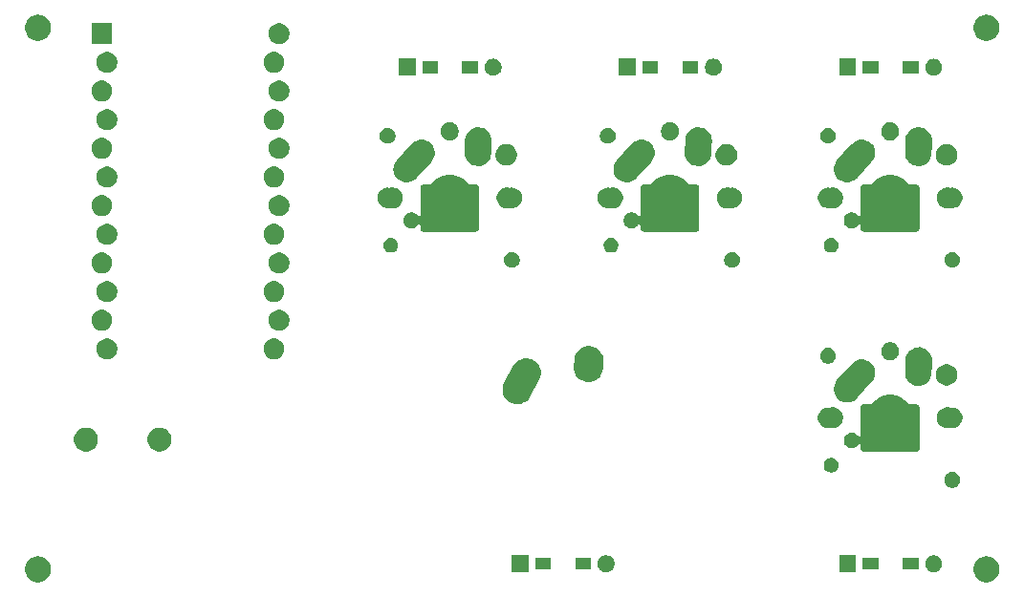
<source format=gbr>
G04 #@! TF.GenerationSoftware,KiCad,Pcbnew,(5.1.2-1)-1*
G04 #@! TF.CreationDate,2019-08-25T00:29:00+09:00*
G04 #@! TF.ProjectId,teishi,74656973-6869-42e6-9b69-6361645f7063,rev?*
G04 #@! TF.SameCoordinates,Original*
G04 #@! TF.FileFunction,Soldermask,Bot*
G04 #@! TF.FilePolarity,Negative*
%FSLAX46Y46*%
G04 Gerber Fmt 4.6, Leading zero omitted, Abs format (unit mm)*
G04 Created by KiCad (PCBNEW (5.1.2-1)-1) date 2019-08-25 00:29:00*
%MOMM*%
%LPD*%
G04 APERTURE LIST*
%ADD10C,0.100000*%
G04 APERTURE END LIST*
D10*
G36*
X87724549Y-50371116D02*
G01*
X87835734Y-50393232D01*
X88045203Y-50479997D01*
X88233720Y-50605960D01*
X88394040Y-50766280D01*
X88520003Y-50954797D01*
X88606768Y-51164266D01*
X88651000Y-51386636D01*
X88651000Y-51613364D01*
X88606768Y-51835734D01*
X88520003Y-52045203D01*
X88394040Y-52233720D01*
X88233720Y-52394040D01*
X88045203Y-52520003D01*
X87835734Y-52606768D01*
X87724549Y-52628884D01*
X87613365Y-52651000D01*
X87386635Y-52651000D01*
X87275451Y-52628884D01*
X87164266Y-52606768D01*
X86954797Y-52520003D01*
X86766280Y-52394040D01*
X86605960Y-52233720D01*
X86479997Y-52045203D01*
X86393232Y-51835734D01*
X86349000Y-51613364D01*
X86349000Y-51386636D01*
X86393232Y-51164266D01*
X86479997Y-50954797D01*
X86605960Y-50766280D01*
X86766280Y-50605960D01*
X86954797Y-50479997D01*
X87164266Y-50393232D01*
X87275451Y-50371116D01*
X87386635Y-50349000D01*
X87613365Y-50349000D01*
X87724549Y-50371116D01*
X87724549Y-50371116D01*
G37*
G36*
X3724549Y-50371116D02*
G01*
X3835734Y-50393232D01*
X4045203Y-50479997D01*
X4233720Y-50605960D01*
X4394040Y-50766280D01*
X4520003Y-50954797D01*
X4606768Y-51164266D01*
X4651000Y-51386636D01*
X4651000Y-51613364D01*
X4606768Y-51835734D01*
X4520003Y-52045203D01*
X4394040Y-52233720D01*
X4233720Y-52394040D01*
X4045203Y-52520003D01*
X3835734Y-52606768D01*
X3724549Y-52628884D01*
X3613365Y-52651000D01*
X3386635Y-52651000D01*
X3275451Y-52628884D01*
X3164266Y-52606768D01*
X2954797Y-52520003D01*
X2766280Y-52394040D01*
X2605960Y-52233720D01*
X2479997Y-52045203D01*
X2393232Y-51835734D01*
X2349000Y-51613364D01*
X2349000Y-51386636D01*
X2393232Y-51164266D01*
X2479997Y-50954797D01*
X2605960Y-50766280D01*
X2766280Y-50605960D01*
X2954797Y-50479997D01*
X3164266Y-50393232D01*
X3275451Y-50371116D01*
X3386635Y-50349000D01*
X3613365Y-50349000D01*
X3724549Y-50371116D01*
X3724549Y-50371116D01*
G37*
G36*
X53904425Y-50254599D02*
G01*
X54028621Y-50279302D01*
X54165022Y-50335801D01*
X54287779Y-50417825D01*
X54392175Y-50522221D01*
X54474199Y-50644978D01*
X54530698Y-50781379D01*
X54559500Y-50926181D01*
X54559500Y-51073819D01*
X54530698Y-51218621D01*
X54474199Y-51355022D01*
X54392175Y-51477779D01*
X54287779Y-51582175D01*
X54165022Y-51664199D01*
X54028621Y-51720698D01*
X53904425Y-51745401D01*
X53883820Y-51749500D01*
X53736180Y-51749500D01*
X53715575Y-51745401D01*
X53591379Y-51720698D01*
X53454978Y-51664199D01*
X53332221Y-51582175D01*
X53227825Y-51477779D01*
X53145801Y-51355022D01*
X53089302Y-51218621D01*
X53060500Y-51073819D01*
X53060500Y-50926181D01*
X53089302Y-50781379D01*
X53145801Y-50644978D01*
X53227825Y-50522221D01*
X53332221Y-50417825D01*
X53454978Y-50335801D01*
X53591379Y-50279302D01*
X53715575Y-50254599D01*
X53736180Y-50250500D01*
X53883820Y-50250500D01*
X53904425Y-50254599D01*
X53904425Y-50254599D01*
G37*
G36*
X46939500Y-51749500D02*
G01*
X45440500Y-51749500D01*
X45440500Y-50250500D01*
X46939500Y-50250500D01*
X46939500Y-51749500D01*
X46939500Y-51749500D01*
G37*
G36*
X75939500Y-51749500D02*
G01*
X74440500Y-51749500D01*
X74440500Y-50250500D01*
X75939500Y-50250500D01*
X75939500Y-51749500D01*
X75939500Y-51749500D01*
G37*
G36*
X82904425Y-50254599D02*
G01*
X83028621Y-50279302D01*
X83165022Y-50335801D01*
X83287779Y-50417825D01*
X83392175Y-50522221D01*
X83474199Y-50644978D01*
X83530698Y-50781379D01*
X83559500Y-50926181D01*
X83559500Y-51073819D01*
X83530698Y-51218621D01*
X83474199Y-51355022D01*
X83392175Y-51477779D01*
X83287779Y-51582175D01*
X83165022Y-51664199D01*
X83028621Y-51720698D01*
X82904425Y-51745401D01*
X82883820Y-51749500D01*
X82736180Y-51749500D01*
X82715575Y-51745401D01*
X82591379Y-51720698D01*
X82454978Y-51664199D01*
X82332221Y-51582175D01*
X82227825Y-51477779D01*
X82145801Y-51355022D01*
X82089302Y-51218621D01*
X82060500Y-51073819D01*
X82060500Y-50926181D01*
X82089302Y-50781379D01*
X82145801Y-50644978D01*
X82227825Y-50522221D01*
X82332221Y-50417825D01*
X82454978Y-50335801D01*
X82591379Y-50279302D01*
X82715575Y-50254599D01*
X82736180Y-50250500D01*
X82883820Y-50250500D01*
X82904425Y-50254599D01*
X82904425Y-50254599D01*
G37*
G36*
X81476000Y-51526000D02*
G01*
X80074000Y-51526000D01*
X80074000Y-50474000D01*
X81476000Y-50474000D01*
X81476000Y-51526000D01*
X81476000Y-51526000D01*
G37*
G36*
X77926000Y-51526000D02*
G01*
X76524000Y-51526000D01*
X76524000Y-50474000D01*
X77926000Y-50474000D01*
X77926000Y-51526000D01*
X77926000Y-51526000D01*
G37*
G36*
X52476000Y-51526000D02*
G01*
X51074000Y-51526000D01*
X51074000Y-50474000D01*
X52476000Y-50474000D01*
X52476000Y-51526000D01*
X52476000Y-51526000D01*
G37*
G36*
X48926000Y-51526000D02*
G01*
X47524000Y-51526000D01*
X47524000Y-50474000D01*
X48926000Y-50474000D01*
X48926000Y-51526000D01*
X48926000Y-51526000D01*
G37*
G36*
X84664465Y-42905774D02*
G01*
X84792041Y-42958618D01*
X84906851Y-43035331D01*
X85004497Y-43132977D01*
X85081210Y-43247787D01*
X85134054Y-43375363D01*
X85160992Y-43510792D01*
X85160992Y-43648880D01*
X85134054Y-43784309D01*
X85081210Y-43911885D01*
X85004497Y-44026695D01*
X84906851Y-44124341D01*
X84792041Y-44201054D01*
X84664465Y-44253898D01*
X84529036Y-44280836D01*
X84390948Y-44280836D01*
X84255519Y-44253898D01*
X84127943Y-44201054D01*
X84013133Y-44124341D01*
X83915487Y-44026695D01*
X83838774Y-43911885D01*
X83785930Y-43784309D01*
X83758992Y-43648880D01*
X83758992Y-43510792D01*
X83785930Y-43375363D01*
X83838774Y-43247787D01*
X83915487Y-43132977D01*
X84013133Y-43035331D01*
X84127943Y-42958618D01*
X84255519Y-42905774D01*
X84390948Y-42878836D01*
X84529036Y-42878836D01*
X84664465Y-42905774D01*
X84664465Y-42905774D01*
G37*
G36*
X73929890Y-41654017D02*
G01*
X74048364Y-41703091D01*
X74154988Y-41774335D01*
X74245665Y-41865012D01*
X74316909Y-41971636D01*
X74365983Y-42090110D01*
X74391000Y-42215882D01*
X74391000Y-42344118D01*
X74365983Y-42469890D01*
X74316909Y-42588364D01*
X74245665Y-42694988D01*
X74154988Y-42785665D01*
X74048364Y-42856909D01*
X74048363Y-42856910D01*
X74048362Y-42856910D01*
X73929890Y-42905983D01*
X73804119Y-42931000D01*
X73675881Y-42931000D01*
X73550110Y-42905983D01*
X73431638Y-42856910D01*
X73431637Y-42856910D01*
X73431636Y-42856909D01*
X73325012Y-42785665D01*
X73234335Y-42694988D01*
X73163091Y-42588364D01*
X73114017Y-42469890D01*
X73089000Y-42344118D01*
X73089000Y-42215882D01*
X73114017Y-42090110D01*
X73163091Y-41971636D01*
X73234335Y-41865012D01*
X73325012Y-41774335D01*
X73431636Y-41703091D01*
X73550110Y-41654017D01*
X73675881Y-41629000D01*
X73804119Y-41629000D01*
X73929890Y-41654017D01*
X73929890Y-41654017D01*
G37*
G36*
X79556474Y-36113684D02*
G01*
X79774474Y-36203983D01*
X79928623Y-36267833D01*
X80263548Y-36491623D01*
X80548377Y-36776452D01*
X80548379Y-36776455D01*
X80548381Y-36776457D01*
X80579779Y-36823447D01*
X80595324Y-36842389D01*
X80614266Y-36857934D01*
X80635877Y-36869485D01*
X80659326Y-36876598D01*
X80683711Y-36879000D01*
X80835546Y-36879000D01*
X80847798Y-36878398D01*
X80865000Y-36876704D01*
X80882202Y-36878398D01*
X80894454Y-36879000D01*
X81239074Y-36879000D01*
X81251326Y-36878398D01*
X81260000Y-36877544D01*
X81268673Y-36878398D01*
X81268675Y-36878398D01*
X81319004Y-36883355D01*
X81347376Y-36891962D01*
X81375745Y-36900567D01*
X81375747Y-36900568D01*
X81428031Y-36928514D01*
X81428032Y-36928515D01*
X81428036Y-36928517D01*
X81473869Y-36966131D01*
X81511483Y-37011964D01*
X81511485Y-37011968D01*
X81511486Y-37011969D01*
X81539432Y-37064253D01*
X81556645Y-37120996D01*
X81562456Y-37180000D01*
X81561602Y-37188674D01*
X81561000Y-37200926D01*
X81561000Y-39834514D01*
X81561602Y-39846766D01*
X81564875Y-39880000D01*
X81561602Y-39913234D01*
X81561000Y-39925486D01*
X81561000Y-40759074D01*
X81561602Y-40771326D01*
X81562456Y-40780000D01*
X81561602Y-40788674D01*
X81556645Y-40839004D01*
X81556644Y-40839006D01*
X81539433Y-40895745D01*
X81511483Y-40948036D01*
X81473869Y-40993869D01*
X81428036Y-41031483D01*
X81428032Y-41031485D01*
X81428031Y-41031486D01*
X81391522Y-41051000D01*
X81375745Y-41059433D01*
X81347375Y-41068039D01*
X81319004Y-41076645D01*
X81260000Y-41082456D01*
X81251327Y-41081602D01*
X81239075Y-41081000D01*
X80877397Y-41081000D01*
X80865145Y-41081602D01*
X80865000Y-41081616D01*
X80864855Y-41081602D01*
X80852603Y-41081000D01*
X77080926Y-41081000D01*
X77068674Y-41081602D01*
X77060000Y-41082456D01*
X77051327Y-41081602D01*
X77039075Y-41081000D01*
X76680926Y-41081000D01*
X76668674Y-41081602D01*
X76660000Y-41082456D01*
X76651327Y-41081602D01*
X76651325Y-41081602D01*
X76600996Y-41076645D01*
X76572625Y-41068039D01*
X76544255Y-41059433D01*
X76528478Y-41051000D01*
X76491969Y-41031486D01*
X76491968Y-41031485D01*
X76491964Y-41031483D01*
X76446131Y-40993869D01*
X76408517Y-40948036D01*
X76380567Y-40895745D01*
X76363356Y-40839006D01*
X76363355Y-40839004D01*
X76357544Y-40780000D01*
X76358399Y-40771316D01*
X76359001Y-40759064D01*
X76359001Y-40557869D01*
X76356599Y-40533483D01*
X76349486Y-40510034D01*
X76337935Y-40488423D01*
X76322390Y-40469481D01*
X76303448Y-40453936D01*
X76281837Y-40442385D01*
X76258388Y-40435272D01*
X76234002Y-40432870D01*
X76209616Y-40435272D01*
X76186167Y-40442385D01*
X76164556Y-40453936D01*
X76145614Y-40469481D01*
X76130069Y-40488423D01*
X76104495Y-40526697D01*
X76006851Y-40624341D01*
X75892041Y-40701054D01*
X75764465Y-40753898D01*
X75629036Y-40780836D01*
X75490948Y-40780836D01*
X75355519Y-40753898D01*
X75227943Y-40701054D01*
X75113133Y-40624341D01*
X75015487Y-40526695D01*
X74938774Y-40411885D01*
X74885930Y-40284309D01*
X74858992Y-40148880D01*
X74858992Y-40010792D01*
X74885930Y-39875363D01*
X74938774Y-39747787D01*
X75015487Y-39632977D01*
X75113133Y-39535331D01*
X75227943Y-39458618D01*
X75355519Y-39405774D01*
X75490948Y-39378836D01*
X75629036Y-39378836D01*
X75764465Y-39405774D01*
X75892041Y-39458618D01*
X76006851Y-39535331D01*
X76104495Y-39632975D01*
X76130069Y-39671249D01*
X76145614Y-39690191D01*
X76164556Y-39705736D01*
X76186167Y-39717287D01*
X76209616Y-39724400D01*
X76234002Y-39726802D01*
X76258388Y-39724400D01*
X76281837Y-39717287D01*
X76303448Y-39705736D01*
X76322390Y-39690191D01*
X76337935Y-39671249D01*
X76349486Y-39649638D01*
X76356599Y-39626189D01*
X76359001Y-39601803D01*
X76359001Y-38974475D01*
X76359000Y-37200926D01*
X76358398Y-37188674D01*
X76357544Y-37180000D01*
X76363355Y-37120996D01*
X76380568Y-37064253D01*
X76408514Y-37011969D01*
X76408515Y-37011968D01*
X76408517Y-37011964D01*
X76446131Y-36966131D01*
X76491964Y-36928517D01*
X76491968Y-36928515D01*
X76491969Y-36928514D01*
X76544253Y-36900568D01*
X76544255Y-36900567D01*
X76572624Y-36891962D01*
X76600996Y-36883355D01*
X76651326Y-36878398D01*
X76660000Y-36877544D01*
X76668673Y-36878398D01*
X76680925Y-36879000D01*
X77039074Y-36879000D01*
X77051326Y-36878398D01*
X77060000Y-36877544D01*
X77068673Y-36878398D01*
X77080925Y-36879000D01*
X77236289Y-36879000D01*
X77260675Y-36876598D01*
X77284124Y-36869485D01*
X77305735Y-36857934D01*
X77324677Y-36842389D01*
X77340221Y-36823447D01*
X77371619Y-36776457D01*
X77371621Y-36776455D01*
X77371623Y-36776452D01*
X77656452Y-36491623D01*
X77991377Y-36267833D01*
X78145526Y-36203983D01*
X78363526Y-36113684D01*
X78758594Y-36035100D01*
X79161406Y-36035100D01*
X79556474Y-36113684D01*
X79556474Y-36113684D01*
G37*
G36*
X14556564Y-38989389D02*
G01*
X14747833Y-39068615D01*
X14747835Y-39068616D01*
X14919973Y-39183635D01*
X15066365Y-39330027D01*
X15116978Y-39405774D01*
X15181385Y-39502167D01*
X15260611Y-39693436D01*
X15301000Y-39896484D01*
X15301000Y-40103516D01*
X15260611Y-40306564D01*
X15185283Y-40488423D01*
X15181384Y-40497835D01*
X15066365Y-40669973D01*
X14919973Y-40816365D01*
X14747835Y-40931384D01*
X14747834Y-40931385D01*
X14747833Y-40931385D01*
X14556564Y-41010611D01*
X14353516Y-41051000D01*
X14146484Y-41051000D01*
X13943436Y-41010611D01*
X13752167Y-40931385D01*
X13752166Y-40931385D01*
X13752165Y-40931384D01*
X13580027Y-40816365D01*
X13433635Y-40669973D01*
X13318616Y-40497835D01*
X13314717Y-40488423D01*
X13239389Y-40306564D01*
X13199000Y-40103516D01*
X13199000Y-39896484D01*
X13239389Y-39693436D01*
X13318615Y-39502167D01*
X13383023Y-39405774D01*
X13433635Y-39330027D01*
X13580027Y-39183635D01*
X13752165Y-39068616D01*
X13752167Y-39068615D01*
X13943436Y-38989389D01*
X14146484Y-38949000D01*
X14353516Y-38949000D01*
X14556564Y-38989389D01*
X14556564Y-38989389D01*
G37*
G36*
X8056564Y-38989389D02*
G01*
X8247833Y-39068615D01*
X8247835Y-39068616D01*
X8419973Y-39183635D01*
X8566365Y-39330027D01*
X8616978Y-39405774D01*
X8681385Y-39502167D01*
X8760611Y-39693436D01*
X8801000Y-39896484D01*
X8801000Y-40103516D01*
X8760611Y-40306564D01*
X8685283Y-40488423D01*
X8681384Y-40497835D01*
X8566365Y-40669973D01*
X8419973Y-40816365D01*
X8247835Y-40931384D01*
X8247834Y-40931385D01*
X8247833Y-40931385D01*
X8056564Y-41010611D01*
X7853516Y-41051000D01*
X7646484Y-41051000D01*
X7443436Y-41010611D01*
X7252167Y-40931385D01*
X7252166Y-40931385D01*
X7252165Y-40931384D01*
X7080027Y-40816365D01*
X6933635Y-40669973D01*
X6818616Y-40497835D01*
X6814717Y-40488423D01*
X6739389Y-40306564D01*
X6699000Y-40103516D01*
X6699000Y-39896484D01*
X6739389Y-39693436D01*
X6818615Y-39502167D01*
X6883023Y-39405774D01*
X6933635Y-39330027D01*
X7080027Y-39183635D01*
X7252165Y-39068616D01*
X7252167Y-39068615D01*
X7443436Y-38989389D01*
X7646484Y-38949000D01*
X7853516Y-38949000D01*
X8056564Y-38989389D01*
X8056564Y-38989389D01*
G37*
G36*
X84289700Y-37185526D02*
G01*
X84314071Y-37187927D01*
X84338450Y-37185526D01*
X84371259Y-37179000D01*
X84548742Y-37179000D01*
X84573512Y-37183927D01*
X84722812Y-37213624D01*
X84886784Y-37281544D01*
X85034354Y-37380147D01*
X85159853Y-37505646D01*
X85258456Y-37653216D01*
X85326376Y-37817188D01*
X85361000Y-37991259D01*
X85361000Y-38168741D01*
X85326376Y-38342812D01*
X85258456Y-38506784D01*
X85159853Y-38654354D01*
X85034354Y-38779853D01*
X84886784Y-38878456D01*
X84722812Y-38946376D01*
X84581545Y-38974475D01*
X84548742Y-38981000D01*
X84371259Y-38981000D01*
X84338450Y-38974474D01*
X84314074Y-38972073D01*
X84289700Y-38974474D01*
X84131203Y-39006000D01*
X83948797Y-39006000D01*
X83769896Y-38970415D01*
X83601374Y-38900611D01*
X83449709Y-38799272D01*
X83320728Y-38670291D01*
X83219389Y-38518626D01*
X83149585Y-38350104D01*
X83114000Y-38171203D01*
X83114000Y-37988797D01*
X83149585Y-37809896D01*
X83219389Y-37641374D01*
X83320728Y-37489709D01*
X83449709Y-37360728D01*
X83601374Y-37259389D01*
X83769896Y-37189585D01*
X83948797Y-37154000D01*
X84131203Y-37154000D01*
X84289700Y-37185526D01*
X84289700Y-37185526D01*
G37*
G36*
X74150104Y-37189585D02*
G01*
X74318626Y-37259389D01*
X74470291Y-37360728D01*
X74599272Y-37489709D01*
X74700611Y-37641374D01*
X74770415Y-37809896D01*
X74806000Y-37988797D01*
X74806000Y-38171203D01*
X74770415Y-38350104D01*
X74700611Y-38518626D01*
X74599272Y-38670291D01*
X74470291Y-38799272D01*
X74318626Y-38900611D01*
X74150104Y-38970415D01*
X73971203Y-39006000D01*
X73788797Y-39006000D01*
X73630300Y-38974474D01*
X73605929Y-38972073D01*
X73581550Y-38974474D01*
X73548741Y-38981000D01*
X73371258Y-38981000D01*
X73338455Y-38974475D01*
X73197188Y-38946376D01*
X73033216Y-38878456D01*
X72885646Y-38779853D01*
X72760147Y-38654354D01*
X72661544Y-38506784D01*
X72593624Y-38342812D01*
X72559000Y-38168741D01*
X72559000Y-37991259D01*
X72593624Y-37817188D01*
X72661544Y-37653216D01*
X72760147Y-37505646D01*
X72885646Y-37380147D01*
X73033216Y-37281544D01*
X73197188Y-37213624D01*
X73346488Y-37183927D01*
X73371258Y-37179000D01*
X73548741Y-37179000D01*
X73581550Y-37185526D01*
X73605926Y-37187927D01*
X73630300Y-37185526D01*
X73788797Y-37154000D01*
X73971203Y-37154000D01*
X74150104Y-37189585D01*
X74150104Y-37189585D01*
G37*
G36*
X46899575Y-32801286D02*
G01*
X47150086Y-32855333D01*
X47229724Y-32889837D01*
X47385239Y-32957215D01*
X47496688Y-33034314D01*
X47595996Y-33103014D01*
X47595998Y-33103016D01*
X47774262Y-33287130D01*
X47913180Y-33502483D01*
X48007419Y-33740804D01*
X48036617Y-33901076D01*
X48053351Y-33992928D01*
X48049213Y-34249169D01*
X47995166Y-34499680D01*
X47918813Y-34675911D01*
X47045846Y-36247549D01*
X46936579Y-36405497D01*
X46936577Y-36405499D01*
X46752463Y-36583763D01*
X46537110Y-36722681D01*
X46537108Y-36722682D01*
X46514546Y-36731603D01*
X46298789Y-36816920D01*
X46119840Y-36849520D01*
X46046665Y-36862852D01*
X45790425Y-36858714D01*
X45539914Y-36804667D01*
X45406643Y-36746926D01*
X45304761Y-36702785D01*
X45193312Y-36625686D01*
X45094004Y-36556986D01*
X45030718Y-36491623D01*
X44915738Y-36372870D01*
X44776820Y-36157517D01*
X44682581Y-35919196D01*
X44646714Y-35722317D01*
X44636649Y-35667072D01*
X44640787Y-35410832D01*
X44694834Y-35160321D01*
X44771187Y-34984090D01*
X45644154Y-33412451D01*
X45753421Y-33254503D01*
X45754047Y-33253897D01*
X45937537Y-33076237D01*
X46152889Y-32937318D01*
X46391210Y-32843080D01*
X46570159Y-32810480D01*
X46643334Y-32797148D01*
X46899575Y-32801286D01*
X46899575Y-32801286D01*
G37*
G36*
X76635189Y-32915808D02*
G01*
X76803027Y-32949193D01*
X77017045Y-33037842D01*
X77074507Y-33076237D01*
X77209654Y-33166539D01*
X77373461Y-33330346D01*
X77433592Y-33420339D01*
X77502158Y-33522955D01*
X77590807Y-33736973D01*
X77597841Y-33772337D01*
X77636000Y-33964173D01*
X77636000Y-34195827D01*
X77628641Y-34232821D01*
X77590807Y-34423027D01*
X77502158Y-34637045D01*
X77502157Y-34637046D01*
X77373461Y-34829654D01*
X77309839Y-34893276D01*
X77305189Y-34898185D01*
X76059265Y-36286772D01*
X76059299Y-36286802D01*
X76055303Y-36290626D01*
X76051036Y-36295826D01*
X76050729Y-36296286D01*
X76009698Y-36342015D01*
X76009134Y-36342639D01*
X76005002Y-36347181D01*
X75996484Y-36355611D01*
X75949341Y-36397612D01*
X75944105Y-36402554D01*
X75904699Y-36441960D01*
X75887390Y-36456164D01*
X75714238Y-36571860D01*
X75694488Y-36582417D01*
X75502083Y-36662114D01*
X75480664Y-36668612D01*
X75276409Y-36709241D01*
X75254129Y-36711435D01*
X75045871Y-36711435D01*
X75023591Y-36709241D01*
X74819336Y-36668612D01*
X74797917Y-36662114D01*
X74605512Y-36582417D01*
X74585762Y-36571860D01*
X74412610Y-36456164D01*
X74395301Y-36441960D01*
X74248040Y-36294699D01*
X74233836Y-36277390D01*
X74118140Y-36104238D01*
X74107583Y-36084488D01*
X74027886Y-35892083D01*
X74021388Y-35870664D01*
X73980759Y-35666409D01*
X73978565Y-35644129D01*
X73978565Y-35435871D01*
X73980759Y-35413591D01*
X74021388Y-35209336D01*
X74027886Y-35187917D01*
X74107583Y-34995512D01*
X74118137Y-34975767D01*
X74139219Y-34944216D01*
X74148405Y-34927957D01*
X74159097Y-34905217D01*
X74170506Y-34886066D01*
X74246111Y-34783453D01*
X74253157Y-34774809D01*
X75521930Y-33364857D01*
X75532946Y-33350690D01*
X75546540Y-33330345D01*
X75710346Y-33166539D01*
X75845493Y-33076237D01*
X75902955Y-33037842D01*
X76116973Y-32949193D01*
X76284811Y-32915808D01*
X76344173Y-32904000D01*
X76575827Y-32904000D01*
X76635189Y-32915808D01*
X76635189Y-32915808D01*
G37*
G36*
X81775585Y-31851118D02*
G01*
X81994517Y-31926823D01*
X82194473Y-32043785D01*
X82367769Y-32197509D01*
X82507745Y-32382087D01*
X82609022Y-32590427D01*
X82667708Y-32814522D01*
X82678079Y-32987813D01*
X82678079Y-32987822D01*
X82655988Y-33562863D01*
X82632186Y-34182473D01*
X82608551Y-34354458D01*
X82532846Y-34573390D01*
X82415884Y-34773346D01*
X82262160Y-34946642D01*
X82077582Y-35086618D01*
X81869242Y-35187895D01*
X81645147Y-35246581D01*
X81413910Y-35260421D01*
X81184415Y-35228882D01*
X80965483Y-35153177D01*
X80765527Y-35036215D01*
X80592231Y-34882491D01*
X80452255Y-34697913D01*
X80350978Y-34489573D01*
X80292292Y-34265478D01*
X80281921Y-34092187D01*
X80285320Y-34003718D01*
X80322424Y-33037842D01*
X80327814Y-32897527D01*
X80351449Y-32725542D01*
X80427154Y-32506610D01*
X80544116Y-32306654D01*
X80697840Y-32133358D01*
X80882418Y-31993382D01*
X81090758Y-31892105D01*
X81314853Y-31833419D01*
X81546090Y-31819579D01*
X81775585Y-31851118D01*
X81775585Y-31851118D01*
G37*
G36*
X84237395Y-33365546D02*
G01*
X84410466Y-33437234D01*
X84410467Y-33437235D01*
X84566227Y-33541310D01*
X84698690Y-33673773D01*
X84698691Y-33673775D01*
X84802766Y-33829534D01*
X84874454Y-34002605D01*
X84911000Y-34186333D01*
X84911000Y-34373667D01*
X84874454Y-34557395D01*
X84802766Y-34730466D01*
X84802765Y-34730467D01*
X84698690Y-34886227D01*
X84566227Y-35018690D01*
X84540000Y-35036214D01*
X84410466Y-35122766D01*
X84237395Y-35194454D01*
X84053667Y-35231000D01*
X83866333Y-35231000D01*
X83682605Y-35194454D01*
X83509534Y-35122766D01*
X83380000Y-35036214D01*
X83353773Y-35018690D01*
X83221310Y-34886227D01*
X83117235Y-34730467D01*
X83117234Y-34730466D01*
X83045546Y-34557395D01*
X83009000Y-34373667D01*
X83009000Y-34186333D01*
X83045546Y-34002605D01*
X83117234Y-33829534D01*
X83221309Y-33673775D01*
X83221310Y-33673773D01*
X83353773Y-33541310D01*
X83509533Y-33437235D01*
X83509534Y-33437234D01*
X83682605Y-33365546D01*
X83866333Y-33329000D01*
X84053667Y-33329000D01*
X84237395Y-33365546D01*
X84237395Y-33365546D01*
G37*
G36*
X52631379Y-31758813D02*
G01*
X52870991Y-31849713D01*
X53025503Y-31946357D01*
X53088265Y-31985613D01*
X53274852Y-32161288D01*
X53344408Y-32258893D01*
X53423580Y-32369990D01*
X53528735Y-32603697D01*
X53528736Y-32603701D01*
X53586276Y-32853428D01*
X53592058Y-33045394D01*
X53577843Y-33253898D01*
X53543916Y-33751571D01*
X53512135Y-33940983D01*
X53421235Y-34180595D01*
X53300474Y-34373665D01*
X53285335Y-34397869D01*
X53109660Y-34584456D01*
X52953398Y-34695813D01*
X52900958Y-34733184D01*
X52667251Y-34838339D01*
X52667247Y-34838340D01*
X52417521Y-34895880D01*
X52161366Y-34903594D01*
X52161362Y-34903594D01*
X51908621Y-34861187D01*
X51669009Y-34770287D01*
X51451735Y-34634387D01*
X51398703Y-34584456D01*
X51265148Y-34458712D01*
X51148259Y-34294687D01*
X51116420Y-34250010D01*
X51011265Y-34016303D01*
X50956251Y-33777538D01*
X50953724Y-33766572D01*
X50947942Y-33574608D01*
X50996084Y-32868428D01*
X51005129Y-32814522D01*
X51027865Y-32679017D01*
X51118765Y-32439405D01*
X51254665Y-32222131D01*
X51311950Y-32161288D01*
X51430340Y-32035544D01*
X51586602Y-31924187D01*
X51639042Y-31886816D01*
X51872749Y-31781661D01*
X51872753Y-31781660D01*
X52122479Y-31724120D01*
X52378634Y-31716406D01*
X52378638Y-31716406D01*
X52631379Y-31758813D01*
X52631379Y-31758813D01*
G37*
G36*
X73664465Y-31905774D02*
G01*
X73792041Y-31958618D01*
X73906851Y-32035331D01*
X74004497Y-32132977D01*
X74081210Y-32247787D01*
X74134054Y-32375363D01*
X74160992Y-32510792D01*
X74160992Y-32648880D01*
X74134054Y-32784309D01*
X74081210Y-32911885D01*
X74004497Y-33026695D01*
X73906851Y-33124341D01*
X73792041Y-33201054D01*
X73664465Y-33253898D01*
X73529036Y-33280836D01*
X73390948Y-33280836D01*
X73255519Y-33253898D01*
X73127943Y-33201054D01*
X73013133Y-33124341D01*
X72915487Y-33026695D01*
X72838774Y-32911885D01*
X72785930Y-32784309D01*
X72758992Y-32648880D01*
X72758992Y-32510792D01*
X72785930Y-32375363D01*
X72838774Y-32247787D01*
X72915487Y-32132977D01*
X73013133Y-32035331D01*
X73127943Y-31958618D01*
X73255519Y-31905774D01*
X73390948Y-31878836D01*
X73529036Y-31878836D01*
X73664465Y-31905774D01*
X73664465Y-31905774D01*
G37*
G36*
X79193642Y-31409781D02*
G01*
X79339414Y-31470162D01*
X79339416Y-31470163D01*
X79470608Y-31557822D01*
X79582178Y-31669392D01*
X79641927Y-31758814D01*
X79669838Y-31800586D01*
X79730219Y-31946358D01*
X79761000Y-32101107D01*
X79761000Y-32258893D01*
X79730219Y-32413642D01*
X79691711Y-32506608D01*
X79669837Y-32559416D01*
X79582178Y-32690608D01*
X79470608Y-32802178D01*
X79339416Y-32889837D01*
X79339415Y-32889838D01*
X79339414Y-32889838D01*
X79193642Y-32950219D01*
X79038893Y-32981000D01*
X78881107Y-32981000D01*
X78726358Y-32950219D01*
X78580586Y-32889838D01*
X78580585Y-32889838D01*
X78580584Y-32889837D01*
X78449392Y-32802178D01*
X78337822Y-32690608D01*
X78250163Y-32559416D01*
X78228289Y-32506608D01*
X78189781Y-32413642D01*
X78159000Y-32258893D01*
X78159000Y-32101107D01*
X78189781Y-31946358D01*
X78250162Y-31800586D01*
X78278073Y-31758814D01*
X78337822Y-31669392D01*
X78449392Y-31557822D01*
X78580584Y-31470163D01*
X78580586Y-31470162D01*
X78726358Y-31409781D01*
X78881107Y-31379000D01*
X79038893Y-31379000D01*
X79193642Y-31409781D01*
X79193642Y-31409781D01*
G37*
G36*
X9879083Y-31078335D02*
G01*
X10047840Y-31148236D01*
X10199718Y-31249718D01*
X10328882Y-31378882D01*
X10430364Y-31530760D01*
X10500265Y-31699517D01*
X10535900Y-31878668D01*
X10535900Y-32061332D01*
X10500265Y-32240483D01*
X10430364Y-32409240D01*
X10328882Y-32561118D01*
X10199718Y-32690282D01*
X10047840Y-32791764D01*
X9879083Y-32861665D01*
X9699932Y-32897300D01*
X9517268Y-32897300D01*
X9338117Y-32861665D01*
X9169360Y-32791764D01*
X9017482Y-32690282D01*
X8888318Y-32561118D01*
X8786836Y-32409240D01*
X8716935Y-32240483D01*
X8681300Y-32061332D01*
X8681300Y-31878668D01*
X8716935Y-31699517D01*
X8786836Y-31530760D01*
X8888318Y-31378882D01*
X9017482Y-31249718D01*
X9169360Y-31148236D01*
X9338117Y-31078335D01*
X9517268Y-31042700D01*
X9699932Y-31042700D01*
X9879083Y-31078335D01*
X9879083Y-31078335D01*
G37*
G36*
X24661883Y-31078335D02*
G01*
X24830640Y-31148236D01*
X24982518Y-31249718D01*
X25111682Y-31378882D01*
X25213164Y-31530760D01*
X25283065Y-31699517D01*
X25318700Y-31878668D01*
X25318700Y-32061332D01*
X25283065Y-32240483D01*
X25213164Y-32409240D01*
X25111682Y-32561118D01*
X24982518Y-32690282D01*
X24830640Y-32791764D01*
X24661883Y-32861665D01*
X24482732Y-32897300D01*
X24300068Y-32897300D01*
X24120917Y-32861665D01*
X23952160Y-32791764D01*
X23800282Y-32690282D01*
X23671118Y-32561118D01*
X23569636Y-32409240D01*
X23499735Y-32240483D01*
X23464100Y-32061332D01*
X23464100Y-31878668D01*
X23499735Y-31699517D01*
X23569636Y-31530760D01*
X23671118Y-31378882D01*
X23800282Y-31249718D01*
X23952160Y-31148236D01*
X24120917Y-31078335D01*
X24300068Y-31042700D01*
X24482732Y-31042700D01*
X24661883Y-31078335D01*
X24661883Y-31078335D01*
G37*
G36*
X9421883Y-28538335D02*
G01*
X9590640Y-28608236D01*
X9742518Y-28709718D01*
X9871682Y-28838882D01*
X9973164Y-28990760D01*
X10043065Y-29159517D01*
X10078700Y-29338668D01*
X10078700Y-29521332D01*
X10043065Y-29700483D01*
X9973164Y-29869240D01*
X9871682Y-30021118D01*
X9742518Y-30150282D01*
X9590640Y-30251764D01*
X9421883Y-30321665D01*
X9242732Y-30357300D01*
X9060068Y-30357300D01*
X8880917Y-30321665D01*
X8712160Y-30251764D01*
X8560282Y-30150282D01*
X8431118Y-30021118D01*
X8329636Y-29869240D01*
X8259735Y-29700483D01*
X8224100Y-29521332D01*
X8224100Y-29338668D01*
X8259735Y-29159517D01*
X8329636Y-28990760D01*
X8431118Y-28838882D01*
X8560282Y-28709718D01*
X8712160Y-28608236D01*
X8880917Y-28538335D01*
X9060068Y-28502700D01*
X9242732Y-28502700D01*
X9421883Y-28538335D01*
X9421883Y-28538335D01*
G37*
G36*
X25119083Y-28538335D02*
G01*
X25287840Y-28608236D01*
X25439718Y-28709718D01*
X25568882Y-28838882D01*
X25670364Y-28990760D01*
X25740265Y-29159517D01*
X25775900Y-29338668D01*
X25775900Y-29521332D01*
X25740265Y-29700483D01*
X25670364Y-29869240D01*
X25568882Y-30021118D01*
X25439718Y-30150282D01*
X25287840Y-30251764D01*
X25119083Y-30321665D01*
X24939932Y-30357300D01*
X24757268Y-30357300D01*
X24578117Y-30321665D01*
X24409360Y-30251764D01*
X24257482Y-30150282D01*
X24128318Y-30021118D01*
X24026836Y-29869240D01*
X23956935Y-29700483D01*
X23921300Y-29521332D01*
X23921300Y-29338668D01*
X23956935Y-29159517D01*
X24026836Y-28990760D01*
X24128318Y-28838882D01*
X24257482Y-28709718D01*
X24409360Y-28608236D01*
X24578117Y-28538335D01*
X24757268Y-28502700D01*
X24939932Y-28502700D01*
X25119083Y-28538335D01*
X25119083Y-28538335D01*
G37*
G36*
X9879083Y-25998335D02*
G01*
X10047840Y-26068236D01*
X10199718Y-26169718D01*
X10328882Y-26298882D01*
X10430364Y-26450760D01*
X10500265Y-26619517D01*
X10535900Y-26798668D01*
X10535900Y-26981332D01*
X10500265Y-27160483D01*
X10430364Y-27329240D01*
X10328882Y-27481118D01*
X10199718Y-27610282D01*
X10047840Y-27711764D01*
X9879083Y-27781665D01*
X9699932Y-27817300D01*
X9517268Y-27817300D01*
X9338117Y-27781665D01*
X9169360Y-27711764D01*
X9017482Y-27610282D01*
X8888318Y-27481118D01*
X8786836Y-27329240D01*
X8716935Y-27160483D01*
X8681300Y-26981332D01*
X8681300Y-26798668D01*
X8716935Y-26619517D01*
X8786836Y-26450760D01*
X8888318Y-26298882D01*
X9017482Y-26169718D01*
X9169360Y-26068236D01*
X9338117Y-25998335D01*
X9517268Y-25962700D01*
X9699932Y-25962700D01*
X9879083Y-25998335D01*
X9879083Y-25998335D01*
G37*
G36*
X24661883Y-25998335D02*
G01*
X24830640Y-26068236D01*
X24982518Y-26169718D01*
X25111682Y-26298882D01*
X25213164Y-26450760D01*
X25283065Y-26619517D01*
X25318700Y-26798668D01*
X25318700Y-26981332D01*
X25283065Y-27160483D01*
X25213164Y-27329240D01*
X25111682Y-27481118D01*
X24982518Y-27610282D01*
X24830640Y-27711764D01*
X24661883Y-27781665D01*
X24482732Y-27817300D01*
X24300068Y-27817300D01*
X24120917Y-27781665D01*
X23952160Y-27711764D01*
X23800282Y-27610282D01*
X23671118Y-27481118D01*
X23569636Y-27329240D01*
X23499735Y-27160483D01*
X23464100Y-26981332D01*
X23464100Y-26798668D01*
X23499735Y-26619517D01*
X23569636Y-26450760D01*
X23671118Y-26298882D01*
X23800282Y-26169718D01*
X23952160Y-26068236D01*
X24120917Y-25998335D01*
X24300068Y-25962700D01*
X24482732Y-25962700D01*
X24661883Y-25998335D01*
X24661883Y-25998335D01*
G37*
G36*
X9421883Y-23458335D02*
G01*
X9590640Y-23528236D01*
X9742518Y-23629718D01*
X9871682Y-23758882D01*
X9973164Y-23910760D01*
X10043065Y-24079517D01*
X10078700Y-24258668D01*
X10078700Y-24441332D01*
X10043065Y-24620483D01*
X9973164Y-24789240D01*
X9871682Y-24941118D01*
X9742518Y-25070282D01*
X9590640Y-25171764D01*
X9421883Y-25241665D01*
X9242732Y-25277300D01*
X9060068Y-25277300D01*
X8880917Y-25241665D01*
X8712160Y-25171764D01*
X8560282Y-25070282D01*
X8431118Y-24941118D01*
X8329636Y-24789240D01*
X8259735Y-24620483D01*
X8224100Y-24441332D01*
X8224100Y-24258668D01*
X8259735Y-24079517D01*
X8329636Y-23910760D01*
X8431118Y-23758882D01*
X8560282Y-23629718D01*
X8712160Y-23528236D01*
X8880917Y-23458335D01*
X9060068Y-23422700D01*
X9242732Y-23422700D01*
X9421883Y-23458335D01*
X9421883Y-23458335D01*
G37*
G36*
X25119083Y-23458335D02*
G01*
X25287840Y-23528236D01*
X25439718Y-23629718D01*
X25568882Y-23758882D01*
X25670364Y-23910760D01*
X25740265Y-24079517D01*
X25775900Y-24258668D01*
X25775900Y-24441332D01*
X25740265Y-24620483D01*
X25670364Y-24789240D01*
X25568882Y-24941118D01*
X25439718Y-25070282D01*
X25287840Y-25171764D01*
X25119083Y-25241665D01*
X24939932Y-25277300D01*
X24757268Y-25277300D01*
X24578117Y-25241665D01*
X24409360Y-25171764D01*
X24257482Y-25070282D01*
X24128318Y-24941118D01*
X24026836Y-24789240D01*
X23956935Y-24620483D01*
X23921300Y-24441332D01*
X23921300Y-24258668D01*
X23956935Y-24079517D01*
X24026836Y-23910760D01*
X24128318Y-23758882D01*
X24257482Y-23629718D01*
X24409360Y-23528236D01*
X24578117Y-23458335D01*
X24757268Y-23422700D01*
X24939932Y-23422700D01*
X25119083Y-23458335D01*
X25119083Y-23458335D01*
G37*
G36*
X45664465Y-23405774D02*
G01*
X45792041Y-23458618D01*
X45906851Y-23535331D01*
X46004497Y-23632977D01*
X46081210Y-23747787D01*
X46134054Y-23875363D01*
X46160992Y-24010792D01*
X46160992Y-24148880D01*
X46134054Y-24284309D01*
X46081210Y-24411885D01*
X46004497Y-24526695D01*
X45906851Y-24624341D01*
X45792041Y-24701054D01*
X45664465Y-24753898D01*
X45529036Y-24780836D01*
X45390948Y-24780836D01*
X45255519Y-24753898D01*
X45127943Y-24701054D01*
X45013133Y-24624341D01*
X44915487Y-24526695D01*
X44838774Y-24411885D01*
X44785930Y-24284309D01*
X44758992Y-24148880D01*
X44758992Y-24010792D01*
X44785930Y-23875363D01*
X44838774Y-23747787D01*
X44915487Y-23632977D01*
X45013133Y-23535331D01*
X45127943Y-23458618D01*
X45255519Y-23405774D01*
X45390948Y-23378836D01*
X45529036Y-23378836D01*
X45664465Y-23405774D01*
X45664465Y-23405774D01*
G37*
G36*
X65164465Y-23405774D02*
G01*
X65292041Y-23458618D01*
X65406851Y-23535331D01*
X65504497Y-23632977D01*
X65581210Y-23747787D01*
X65634054Y-23875363D01*
X65660992Y-24010792D01*
X65660992Y-24148880D01*
X65634054Y-24284309D01*
X65581210Y-24411885D01*
X65504497Y-24526695D01*
X65406851Y-24624341D01*
X65292041Y-24701054D01*
X65164465Y-24753898D01*
X65029036Y-24780836D01*
X64890948Y-24780836D01*
X64755519Y-24753898D01*
X64627943Y-24701054D01*
X64513133Y-24624341D01*
X64415487Y-24526695D01*
X64338774Y-24411885D01*
X64285930Y-24284309D01*
X64258992Y-24148880D01*
X64258992Y-24010792D01*
X64285930Y-23875363D01*
X64338774Y-23747787D01*
X64415487Y-23632977D01*
X64513133Y-23535331D01*
X64627943Y-23458618D01*
X64755519Y-23405774D01*
X64890948Y-23378836D01*
X65029036Y-23378836D01*
X65164465Y-23405774D01*
X65164465Y-23405774D01*
G37*
G36*
X84664465Y-23405774D02*
G01*
X84792041Y-23458618D01*
X84906851Y-23535331D01*
X85004497Y-23632977D01*
X85081210Y-23747787D01*
X85134054Y-23875363D01*
X85160992Y-24010792D01*
X85160992Y-24148880D01*
X85134054Y-24284309D01*
X85081210Y-24411885D01*
X85004497Y-24526695D01*
X84906851Y-24624341D01*
X84792041Y-24701054D01*
X84664465Y-24753898D01*
X84529036Y-24780836D01*
X84390948Y-24780836D01*
X84255519Y-24753898D01*
X84127943Y-24701054D01*
X84013133Y-24624341D01*
X83915487Y-24526695D01*
X83838774Y-24411885D01*
X83785930Y-24284309D01*
X83758992Y-24148880D01*
X83758992Y-24010792D01*
X83785930Y-23875363D01*
X83838774Y-23747787D01*
X83915487Y-23632977D01*
X84013133Y-23535331D01*
X84127943Y-23458618D01*
X84255519Y-23405774D01*
X84390948Y-23378836D01*
X84529036Y-23378836D01*
X84664465Y-23405774D01*
X84664465Y-23405774D01*
G37*
G36*
X73929890Y-22154017D02*
G01*
X74048364Y-22203091D01*
X74154988Y-22274335D01*
X74245665Y-22365012D01*
X74316909Y-22471636D01*
X74365983Y-22590110D01*
X74391000Y-22715882D01*
X74391000Y-22844118D01*
X74365983Y-22969890D01*
X74316909Y-23088364D01*
X74245665Y-23194988D01*
X74154988Y-23285665D01*
X74048364Y-23356909D01*
X74048363Y-23356910D01*
X74048362Y-23356910D01*
X73929890Y-23405983D01*
X73804119Y-23431000D01*
X73675881Y-23431000D01*
X73550110Y-23405983D01*
X73431638Y-23356910D01*
X73431637Y-23356910D01*
X73431636Y-23356909D01*
X73325012Y-23285665D01*
X73234335Y-23194988D01*
X73163091Y-23088364D01*
X73114017Y-22969890D01*
X73089000Y-22844118D01*
X73089000Y-22715882D01*
X73114017Y-22590110D01*
X73163091Y-22471636D01*
X73234335Y-22365012D01*
X73325012Y-22274335D01*
X73431636Y-22203091D01*
X73550110Y-22154017D01*
X73675881Y-22129000D01*
X73804119Y-22129000D01*
X73929890Y-22154017D01*
X73929890Y-22154017D01*
G37*
G36*
X34929890Y-22154017D02*
G01*
X35048364Y-22203091D01*
X35154988Y-22274335D01*
X35245665Y-22365012D01*
X35316909Y-22471636D01*
X35365983Y-22590110D01*
X35391000Y-22715882D01*
X35391000Y-22844118D01*
X35365983Y-22969890D01*
X35316909Y-23088364D01*
X35245665Y-23194988D01*
X35154988Y-23285665D01*
X35048364Y-23356909D01*
X35048363Y-23356910D01*
X35048362Y-23356910D01*
X34929890Y-23405983D01*
X34804119Y-23431000D01*
X34675881Y-23431000D01*
X34550110Y-23405983D01*
X34431638Y-23356910D01*
X34431637Y-23356910D01*
X34431636Y-23356909D01*
X34325012Y-23285665D01*
X34234335Y-23194988D01*
X34163091Y-23088364D01*
X34114017Y-22969890D01*
X34089000Y-22844118D01*
X34089000Y-22715882D01*
X34114017Y-22590110D01*
X34163091Y-22471636D01*
X34234335Y-22365012D01*
X34325012Y-22274335D01*
X34431636Y-22203091D01*
X34550110Y-22154017D01*
X34675881Y-22129000D01*
X34804119Y-22129000D01*
X34929890Y-22154017D01*
X34929890Y-22154017D01*
G37*
G36*
X54429890Y-22154017D02*
G01*
X54548364Y-22203091D01*
X54654988Y-22274335D01*
X54745665Y-22365012D01*
X54816909Y-22471636D01*
X54865983Y-22590110D01*
X54891000Y-22715882D01*
X54891000Y-22844118D01*
X54865983Y-22969890D01*
X54816909Y-23088364D01*
X54745665Y-23194988D01*
X54654988Y-23285665D01*
X54548364Y-23356909D01*
X54548363Y-23356910D01*
X54548362Y-23356910D01*
X54429890Y-23405983D01*
X54304119Y-23431000D01*
X54175881Y-23431000D01*
X54050110Y-23405983D01*
X53931638Y-23356910D01*
X53931637Y-23356910D01*
X53931636Y-23356909D01*
X53825012Y-23285665D01*
X53734335Y-23194988D01*
X53663091Y-23088364D01*
X53614017Y-22969890D01*
X53589000Y-22844118D01*
X53589000Y-22715882D01*
X53614017Y-22590110D01*
X53663091Y-22471636D01*
X53734335Y-22365012D01*
X53825012Y-22274335D01*
X53931636Y-22203091D01*
X54050110Y-22154017D01*
X54175881Y-22129000D01*
X54304119Y-22129000D01*
X54429890Y-22154017D01*
X54429890Y-22154017D01*
G37*
G36*
X9879083Y-20918335D02*
G01*
X10047840Y-20988236D01*
X10199718Y-21089718D01*
X10328882Y-21218882D01*
X10430364Y-21370760D01*
X10500265Y-21539517D01*
X10535900Y-21718668D01*
X10535900Y-21901332D01*
X10500265Y-22080483D01*
X10430364Y-22249240D01*
X10328882Y-22401118D01*
X10199718Y-22530282D01*
X10047840Y-22631764D01*
X9879083Y-22701665D01*
X9699932Y-22737300D01*
X9517268Y-22737300D01*
X9338117Y-22701665D01*
X9169360Y-22631764D01*
X9017482Y-22530282D01*
X8888318Y-22401118D01*
X8786836Y-22249240D01*
X8716935Y-22080483D01*
X8681300Y-21901332D01*
X8681300Y-21718668D01*
X8716935Y-21539517D01*
X8786836Y-21370760D01*
X8888318Y-21218882D01*
X9017482Y-21089718D01*
X9169360Y-20988236D01*
X9338117Y-20918335D01*
X9517268Y-20882700D01*
X9699932Y-20882700D01*
X9879083Y-20918335D01*
X9879083Y-20918335D01*
G37*
G36*
X24661883Y-20918335D02*
G01*
X24830640Y-20988236D01*
X24982518Y-21089718D01*
X25111682Y-21218882D01*
X25213164Y-21370760D01*
X25283065Y-21539517D01*
X25318700Y-21718668D01*
X25318700Y-21901332D01*
X25283065Y-22080483D01*
X25213164Y-22249240D01*
X25111682Y-22401118D01*
X24982518Y-22530282D01*
X24830640Y-22631764D01*
X24661883Y-22701665D01*
X24482732Y-22737300D01*
X24300068Y-22737300D01*
X24120917Y-22701665D01*
X23952160Y-22631764D01*
X23800282Y-22530282D01*
X23671118Y-22401118D01*
X23569636Y-22249240D01*
X23499735Y-22080483D01*
X23464100Y-21901332D01*
X23464100Y-21718668D01*
X23499735Y-21539517D01*
X23569636Y-21370760D01*
X23671118Y-21218882D01*
X23800282Y-21089718D01*
X23952160Y-20988236D01*
X24120917Y-20918335D01*
X24300068Y-20882700D01*
X24482732Y-20882700D01*
X24661883Y-20918335D01*
X24661883Y-20918335D01*
G37*
G36*
X79556474Y-16613684D02*
G01*
X79774474Y-16703983D01*
X79928623Y-16767833D01*
X80263548Y-16991623D01*
X80548377Y-17276452D01*
X80548379Y-17276455D01*
X80548381Y-17276457D01*
X80579779Y-17323447D01*
X80595324Y-17342389D01*
X80614266Y-17357934D01*
X80635877Y-17369485D01*
X80659326Y-17376598D01*
X80683711Y-17379000D01*
X80835546Y-17379000D01*
X80847798Y-17378398D01*
X80865000Y-17376704D01*
X80882202Y-17378398D01*
X80894454Y-17379000D01*
X81239074Y-17379000D01*
X81251326Y-17378398D01*
X81260000Y-17377544D01*
X81268673Y-17378398D01*
X81268675Y-17378398D01*
X81319004Y-17383355D01*
X81347375Y-17391961D01*
X81375745Y-17400567D01*
X81375747Y-17400568D01*
X81428031Y-17428514D01*
X81428032Y-17428515D01*
X81428036Y-17428517D01*
X81473869Y-17466131D01*
X81511483Y-17511964D01*
X81511485Y-17511968D01*
X81511486Y-17511969D01*
X81539432Y-17564253D01*
X81556645Y-17620996D01*
X81562456Y-17680000D01*
X81561602Y-17688674D01*
X81561000Y-17700926D01*
X81561000Y-20334514D01*
X81561602Y-20346766D01*
X81564875Y-20380000D01*
X81561602Y-20413234D01*
X81561000Y-20425486D01*
X81561000Y-21259074D01*
X81561602Y-21271326D01*
X81562456Y-21280000D01*
X81561602Y-21288674D01*
X81556645Y-21339004D01*
X81556644Y-21339006D01*
X81539433Y-21395745D01*
X81511483Y-21448036D01*
X81473869Y-21493869D01*
X81428036Y-21531483D01*
X81428032Y-21531485D01*
X81428031Y-21531486D01*
X81377317Y-21558593D01*
X81375745Y-21559433D01*
X81347375Y-21568039D01*
X81319004Y-21576645D01*
X81260000Y-21582456D01*
X81251327Y-21581602D01*
X81239075Y-21581000D01*
X80877397Y-21581000D01*
X80865145Y-21581602D01*
X80865000Y-21581616D01*
X80864855Y-21581602D01*
X80852603Y-21581000D01*
X77080926Y-21581000D01*
X77068674Y-21581602D01*
X77060000Y-21582456D01*
X77051327Y-21581602D01*
X77039075Y-21581000D01*
X76680926Y-21581000D01*
X76668674Y-21581602D01*
X76660000Y-21582456D01*
X76651327Y-21581602D01*
X76651325Y-21581602D01*
X76600996Y-21576645D01*
X76572624Y-21568038D01*
X76544255Y-21559433D01*
X76542683Y-21558593D01*
X76491969Y-21531486D01*
X76491968Y-21531485D01*
X76491964Y-21531483D01*
X76446131Y-21493869D01*
X76408517Y-21448036D01*
X76380567Y-21395745D01*
X76363356Y-21339006D01*
X76363355Y-21339004D01*
X76357544Y-21280000D01*
X76358399Y-21271316D01*
X76359001Y-21259064D01*
X76359001Y-21057869D01*
X76356599Y-21033483D01*
X76349486Y-21010034D01*
X76337935Y-20988423D01*
X76322390Y-20969481D01*
X76303448Y-20953936D01*
X76281837Y-20942385D01*
X76258388Y-20935272D01*
X76234002Y-20932870D01*
X76209616Y-20935272D01*
X76186167Y-20942385D01*
X76164556Y-20953936D01*
X76145614Y-20969481D01*
X76130069Y-20988423D01*
X76104495Y-21026697D01*
X76006851Y-21124341D01*
X75892041Y-21201054D01*
X75764465Y-21253898D01*
X75629036Y-21280836D01*
X75490948Y-21280836D01*
X75355519Y-21253898D01*
X75227943Y-21201054D01*
X75113133Y-21124341D01*
X75015487Y-21026695D01*
X74938774Y-20911885D01*
X74885930Y-20784309D01*
X74858992Y-20648880D01*
X74858992Y-20510792D01*
X74885930Y-20375363D01*
X74938774Y-20247787D01*
X75015487Y-20132977D01*
X75113133Y-20035331D01*
X75227943Y-19958618D01*
X75355519Y-19905774D01*
X75490948Y-19878836D01*
X75629036Y-19878836D01*
X75764465Y-19905774D01*
X75892041Y-19958618D01*
X76006851Y-20035331D01*
X76104495Y-20132975D01*
X76130069Y-20171249D01*
X76145614Y-20190191D01*
X76164556Y-20205736D01*
X76186167Y-20217287D01*
X76209616Y-20224400D01*
X76234002Y-20226802D01*
X76258388Y-20224400D01*
X76281837Y-20217287D01*
X76303448Y-20205736D01*
X76322390Y-20190191D01*
X76337935Y-20171249D01*
X76349486Y-20149638D01*
X76356599Y-20126189D01*
X76359001Y-20101803D01*
X76359001Y-19474475D01*
X76359000Y-17700926D01*
X76358398Y-17688674D01*
X76357544Y-17680000D01*
X76363355Y-17620996D01*
X76380568Y-17564253D01*
X76408514Y-17511969D01*
X76408515Y-17511968D01*
X76408517Y-17511964D01*
X76446131Y-17466131D01*
X76491964Y-17428517D01*
X76491968Y-17428515D01*
X76491969Y-17428514D01*
X76544253Y-17400568D01*
X76544255Y-17400567D01*
X76572625Y-17391961D01*
X76600996Y-17383355D01*
X76651326Y-17378398D01*
X76660000Y-17377544D01*
X76668673Y-17378398D01*
X76680925Y-17379000D01*
X77039074Y-17379000D01*
X77051326Y-17378398D01*
X77060000Y-17377544D01*
X77068673Y-17378398D01*
X77080925Y-17379000D01*
X77236289Y-17379000D01*
X77260675Y-17376598D01*
X77284124Y-17369485D01*
X77305735Y-17357934D01*
X77324677Y-17342389D01*
X77340221Y-17323447D01*
X77371619Y-17276457D01*
X77371621Y-17276455D01*
X77371623Y-17276452D01*
X77656452Y-16991623D01*
X77991377Y-16767833D01*
X78145526Y-16703983D01*
X78363526Y-16613684D01*
X78758594Y-16535100D01*
X79161406Y-16535100D01*
X79556474Y-16613684D01*
X79556474Y-16613684D01*
G37*
G36*
X60056474Y-16613684D02*
G01*
X60274474Y-16703983D01*
X60428623Y-16767833D01*
X60763548Y-16991623D01*
X61048377Y-17276452D01*
X61048379Y-17276455D01*
X61048381Y-17276457D01*
X61079779Y-17323447D01*
X61095324Y-17342389D01*
X61114266Y-17357934D01*
X61135877Y-17369485D01*
X61159326Y-17376598D01*
X61183711Y-17379000D01*
X61335546Y-17379000D01*
X61347798Y-17378398D01*
X61365000Y-17376704D01*
X61382202Y-17378398D01*
X61394454Y-17379000D01*
X61739074Y-17379000D01*
X61751326Y-17378398D01*
X61760000Y-17377544D01*
X61768673Y-17378398D01*
X61768675Y-17378398D01*
X61819004Y-17383355D01*
X61847375Y-17391961D01*
X61875745Y-17400567D01*
X61875747Y-17400568D01*
X61928031Y-17428514D01*
X61928032Y-17428515D01*
X61928036Y-17428517D01*
X61973869Y-17466131D01*
X62011483Y-17511964D01*
X62011485Y-17511968D01*
X62011486Y-17511969D01*
X62039432Y-17564253D01*
X62056645Y-17620996D01*
X62062456Y-17680000D01*
X62061602Y-17688674D01*
X62061000Y-17700926D01*
X62061000Y-20334514D01*
X62061602Y-20346766D01*
X62064875Y-20380000D01*
X62061602Y-20413234D01*
X62061000Y-20425486D01*
X62061000Y-21259074D01*
X62061602Y-21271326D01*
X62062456Y-21280000D01*
X62061602Y-21288674D01*
X62056645Y-21339004D01*
X62056644Y-21339006D01*
X62039433Y-21395745D01*
X62011483Y-21448036D01*
X61973869Y-21493869D01*
X61928036Y-21531483D01*
X61928032Y-21531485D01*
X61928031Y-21531486D01*
X61877317Y-21558593D01*
X61875745Y-21559433D01*
X61847376Y-21568038D01*
X61819004Y-21576645D01*
X61760000Y-21582456D01*
X61751327Y-21581602D01*
X61739075Y-21581000D01*
X61377397Y-21581000D01*
X61365145Y-21581602D01*
X61365000Y-21581616D01*
X61364855Y-21581602D01*
X61352603Y-21581000D01*
X57580926Y-21581000D01*
X57568674Y-21581602D01*
X57560000Y-21582456D01*
X57551327Y-21581602D01*
X57539075Y-21581000D01*
X57180926Y-21581000D01*
X57168674Y-21581602D01*
X57160000Y-21582456D01*
X57151327Y-21581602D01*
X57151325Y-21581602D01*
X57100996Y-21576645D01*
X57072624Y-21568038D01*
X57044255Y-21559433D01*
X57042683Y-21558593D01*
X56991969Y-21531486D01*
X56991968Y-21531485D01*
X56991964Y-21531483D01*
X56946131Y-21493869D01*
X56908517Y-21448036D01*
X56880567Y-21395745D01*
X56863356Y-21339006D01*
X56863355Y-21339004D01*
X56857544Y-21280000D01*
X56858399Y-21271316D01*
X56859001Y-21259064D01*
X56859001Y-21057869D01*
X56856599Y-21033483D01*
X56849486Y-21010034D01*
X56837935Y-20988423D01*
X56822390Y-20969481D01*
X56803448Y-20953936D01*
X56781837Y-20942385D01*
X56758388Y-20935272D01*
X56734002Y-20932870D01*
X56709616Y-20935272D01*
X56686167Y-20942385D01*
X56664556Y-20953936D01*
X56645614Y-20969481D01*
X56630069Y-20988423D01*
X56604495Y-21026697D01*
X56506851Y-21124341D01*
X56392041Y-21201054D01*
X56264465Y-21253898D01*
X56129036Y-21280836D01*
X55990948Y-21280836D01*
X55855519Y-21253898D01*
X55727943Y-21201054D01*
X55613133Y-21124341D01*
X55515487Y-21026695D01*
X55438774Y-20911885D01*
X55385930Y-20784309D01*
X55358992Y-20648880D01*
X55358992Y-20510792D01*
X55385930Y-20375363D01*
X55438774Y-20247787D01*
X55515487Y-20132977D01*
X55613133Y-20035331D01*
X55727943Y-19958618D01*
X55855519Y-19905774D01*
X55990948Y-19878836D01*
X56129036Y-19878836D01*
X56264465Y-19905774D01*
X56392041Y-19958618D01*
X56506851Y-20035331D01*
X56604495Y-20132975D01*
X56630069Y-20171249D01*
X56645614Y-20190191D01*
X56664556Y-20205736D01*
X56686167Y-20217287D01*
X56709616Y-20224400D01*
X56734002Y-20226802D01*
X56758388Y-20224400D01*
X56781837Y-20217287D01*
X56803448Y-20205736D01*
X56822390Y-20190191D01*
X56837935Y-20171249D01*
X56849486Y-20149638D01*
X56856599Y-20126189D01*
X56859001Y-20101803D01*
X56859001Y-19474475D01*
X56859000Y-17700926D01*
X56858398Y-17688674D01*
X56857544Y-17680000D01*
X56863355Y-17620996D01*
X56880568Y-17564253D01*
X56908514Y-17511969D01*
X56908515Y-17511968D01*
X56908517Y-17511964D01*
X56946131Y-17466131D01*
X56991964Y-17428517D01*
X56991968Y-17428515D01*
X56991969Y-17428514D01*
X57044253Y-17400568D01*
X57044255Y-17400567D01*
X57072625Y-17391961D01*
X57100996Y-17383355D01*
X57151326Y-17378398D01*
X57160000Y-17377544D01*
X57168673Y-17378398D01*
X57180925Y-17379000D01*
X57539074Y-17379000D01*
X57551326Y-17378398D01*
X57560000Y-17377544D01*
X57568673Y-17378398D01*
X57580925Y-17379000D01*
X57736289Y-17379000D01*
X57760675Y-17376598D01*
X57784124Y-17369485D01*
X57805735Y-17357934D01*
X57824677Y-17342389D01*
X57840221Y-17323447D01*
X57871619Y-17276457D01*
X57871621Y-17276455D01*
X57871623Y-17276452D01*
X58156452Y-16991623D01*
X58491377Y-16767833D01*
X58645526Y-16703983D01*
X58863526Y-16613684D01*
X59258594Y-16535100D01*
X59661406Y-16535100D01*
X60056474Y-16613684D01*
X60056474Y-16613684D01*
G37*
G36*
X40556474Y-16613684D02*
G01*
X40774474Y-16703983D01*
X40928623Y-16767833D01*
X41263548Y-16991623D01*
X41548377Y-17276452D01*
X41548379Y-17276455D01*
X41548381Y-17276457D01*
X41579779Y-17323447D01*
X41595324Y-17342389D01*
X41614266Y-17357934D01*
X41635877Y-17369485D01*
X41659326Y-17376598D01*
X41683711Y-17379000D01*
X41835546Y-17379000D01*
X41847798Y-17378398D01*
X41865000Y-17376704D01*
X41882202Y-17378398D01*
X41894454Y-17379000D01*
X42239074Y-17379000D01*
X42251326Y-17378398D01*
X42260000Y-17377544D01*
X42268673Y-17378398D01*
X42268675Y-17378398D01*
X42319004Y-17383355D01*
X42347375Y-17391961D01*
X42375745Y-17400567D01*
X42375747Y-17400568D01*
X42428031Y-17428514D01*
X42428032Y-17428515D01*
X42428036Y-17428517D01*
X42473869Y-17466131D01*
X42511483Y-17511964D01*
X42511485Y-17511968D01*
X42511486Y-17511969D01*
X42539432Y-17564253D01*
X42556645Y-17620996D01*
X42562456Y-17680000D01*
X42561602Y-17688674D01*
X42561000Y-17700926D01*
X42561000Y-20334514D01*
X42561602Y-20346766D01*
X42564875Y-20380000D01*
X42561602Y-20413234D01*
X42561000Y-20425486D01*
X42561000Y-21259074D01*
X42561602Y-21271326D01*
X42562456Y-21280000D01*
X42561602Y-21288674D01*
X42556645Y-21339004D01*
X42556644Y-21339006D01*
X42539433Y-21395745D01*
X42511483Y-21448036D01*
X42473869Y-21493869D01*
X42428036Y-21531483D01*
X42428032Y-21531485D01*
X42428031Y-21531486D01*
X42377317Y-21558593D01*
X42375745Y-21559433D01*
X42347376Y-21568038D01*
X42319004Y-21576645D01*
X42260000Y-21582456D01*
X42251327Y-21581602D01*
X42239075Y-21581000D01*
X41877397Y-21581000D01*
X41865145Y-21581602D01*
X41865000Y-21581616D01*
X41864855Y-21581602D01*
X41852603Y-21581000D01*
X38080926Y-21581000D01*
X38068674Y-21581602D01*
X38060000Y-21582456D01*
X38051327Y-21581602D01*
X38039075Y-21581000D01*
X37680926Y-21581000D01*
X37668674Y-21581602D01*
X37660000Y-21582456D01*
X37651327Y-21581602D01*
X37651325Y-21581602D01*
X37600996Y-21576645D01*
X37572624Y-21568038D01*
X37544255Y-21559433D01*
X37542683Y-21558593D01*
X37491969Y-21531486D01*
X37491968Y-21531485D01*
X37491964Y-21531483D01*
X37446131Y-21493869D01*
X37408517Y-21448036D01*
X37380567Y-21395745D01*
X37363356Y-21339006D01*
X37363355Y-21339004D01*
X37357544Y-21280000D01*
X37358399Y-21271316D01*
X37359001Y-21259064D01*
X37359001Y-21057869D01*
X37356599Y-21033483D01*
X37349486Y-21010034D01*
X37337935Y-20988423D01*
X37322390Y-20969481D01*
X37303448Y-20953936D01*
X37281837Y-20942385D01*
X37258388Y-20935272D01*
X37234002Y-20932870D01*
X37209616Y-20935272D01*
X37186167Y-20942385D01*
X37164556Y-20953936D01*
X37145614Y-20969481D01*
X37130069Y-20988423D01*
X37104495Y-21026697D01*
X37006851Y-21124341D01*
X36892041Y-21201054D01*
X36764465Y-21253898D01*
X36629036Y-21280836D01*
X36490948Y-21280836D01*
X36355519Y-21253898D01*
X36227943Y-21201054D01*
X36113133Y-21124341D01*
X36015487Y-21026695D01*
X35938774Y-20911885D01*
X35885930Y-20784309D01*
X35858992Y-20648880D01*
X35858992Y-20510792D01*
X35885930Y-20375363D01*
X35938774Y-20247787D01*
X36015487Y-20132977D01*
X36113133Y-20035331D01*
X36227943Y-19958618D01*
X36355519Y-19905774D01*
X36490948Y-19878836D01*
X36629036Y-19878836D01*
X36764465Y-19905774D01*
X36892041Y-19958618D01*
X37006851Y-20035331D01*
X37104495Y-20132975D01*
X37130069Y-20171249D01*
X37145614Y-20190191D01*
X37164556Y-20205736D01*
X37186167Y-20217287D01*
X37209616Y-20224400D01*
X37234002Y-20226802D01*
X37258388Y-20224400D01*
X37281837Y-20217287D01*
X37303448Y-20205736D01*
X37322390Y-20190191D01*
X37337935Y-20171249D01*
X37349486Y-20149638D01*
X37356599Y-20126189D01*
X37359001Y-20101803D01*
X37359001Y-19474475D01*
X37359000Y-17700926D01*
X37358398Y-17688674D01*
X37357544Y-17680000D01*
X37363355Y-17620996D01*
X37380568Y-17564253D01*
X37408514Y-17511969D01*
X37408515Y-17511968D01*
X37408517Y-17511964D01*
X37446131Y-17466131D01*
X37491964Y-17428517D01*
X37491968Y-17428515D01*
X37491969Y-17428514D01*
X37544253Y-17400568D01*
X37544255Y-17400567D01*
X37572625Y-17391961D01*
X37600996Y-17383355D01*
X37651326Y-17378398D01*
X37660000Y-17377544D01*
X37668673Y-17378398D01*
X37680925Y-17379000D01*
X38039074Y-17379000D01*
X38051326Y-17378398D01*
X38060000Y-17377544D01*
X38068673Y-17378398D01*
X38080925Y-17379000D01*
X38236289Y-17379000D01*
X38260675Y-17376598D01*
X38284124Y-17369485D01*
X38305735Y-17357934D01*
X38324677Y-17342389D01*
X38340221Y-17323447D01*
X38371619Y-17276457D01*
X38371621Y-17276455D01*
X38371623Y-17276452D01*
X38656452Y-16991623D01*
X38991377Y-16767833D01*
X39145526Y-16703983D01*
X39363526Y-16613684D01*
X39758594Y-16535100D01*
X40161406Y-16535100D01*
X40556474Y-16613684D01*
X40556474Y-16613684D01*
G37*
G36*
X9421883Y-18378335D02*
G01*
X9590640Y-18448236D01*
X9742518Y-18549718D01*
X9871682Y-18678882D01*
X9973164Y-18830760D01*
X10043065Y-18999517D01*
X10078700Y-19178668D01*
X10078700Y-19361332D01*
X10043065Y-19540483D01*
X9973164Y-19709240D01*
X9871682Y-19861118D01*
X9742518Y-19990282D01*
X9590640Y-20091764D01*
X9421883Y-20161665D01*
X9242732Y-20197300D01*
X9060068Y-20197300D01*
X8880917Y-20161665D01*
X8712160Y-20091764D01*
X8560282Y-19990282D01*
X8431118Y-19861118D01*
X8329636Y-19709240D01*
X8259735Y-19540483D01*
X8224100Y-19361332D01*
X8224100Y-19178668D01*
X8259735Y-18999517D01*
X8329636Y-18830760D01*
X8431118Y-18678882D01*
X8560282Y-18549718D01*
X8712160Y-18448236D01*
X8880917Y-18378335D01*
X9060068Y-18342700D01*
X9242732Y-18342700D01*
X9421883Y-18378335D01*
X9421883Y-18378335D01*
G37*
G36*
X25119083Y-18378335D02*
G01*
X25287840Y-18448236D01*
X25439718Y-18549718D01*
X25568882Y-18678882D01*
X25670364Y-18830760D01*
X25740265Y-18999517D01*
X25775900Y-19178668D01*
X25775900Y-19361332D01*
X25740265Y-19540483D01*
X25670364Y-19709240D01*
X25568882Y-19861118D01*
X25439718Y-19990282D01*
X25287840Y-20091764D01*
X25119083Y-20161665D01*
X24939932Y-20197300D01*
X24757268Y-20197300D01*
X24578117Y-20161665D01*
X24409360Y-20091764D01*
X24257482Y-19990282D01*
X24128318Y-19861118D01*
X24026836Y-19709240D01*
X23956935Y-19540483D01*
X23921300Y-19361332D01*
X23921300Y-19178668D01*
X23956935Y-18999517D01*
X24026836Y-18830760D01*
X24128318Y-18678882D01*
X24257482Y-18549718D01*
X24409360Y-18448236D01*
X24578117Y-18378335D01*
X24757268Y-18342700D01*
X24939932Y-18342700D01*
X25119083Y-18378335D01*
X25119083Y-18378335D01*
G37*
G36*
X64789700Y-17685526D02*
G01*
X64814071Y-17687927D01*
X64838450Y-17685526D01*
X64871259Y-17679000D01*
X65048742Y-17679000D01*
X65073512Y-17683927D01*
X65222812Y-17713624D01*
X65386784Y-17781544D01*
X65534354Y-17880147D01*
X65659853Y-18005646D01*
X65758456Y-18153216D01*
X65826376Y-18317188D01*
X65861000Y-18491259D01*
X65861000Y-18668741D01*
X65826376Y-18842812D01*
X65758456Y-19006784D01*
X65659853Y-19154354D01*
X65534354Y-19279853D01*
X65386784Y-19378456D01*
X65222812Y-19446376D01*
X65081545Y-19474475D01*
X65048742Y-19481000D01*
X64871259Y-19481000D01*
X64838450Y-19474474D01*
X64814074Y-19472073D01*
X64789700Y-19474474D01*
X64631203Y-19506000D01*
X64448797Y-19506000D01*
X64269896Y-19470415D01*
X64101374Y-19400611D01*
X63949709Y-19299272D01*
X63820728Y-19170291D01*
X63719389Y-19018626D01*
X63649585Y-18850104D01*
X63614000Y-18671203D01*
X63614000Y-18488797D01*
X63649585Y-18309896D01*
X63719389Y-18141374D01*
X63820728Y-17989709D01*
X63949709Y-17860728D01*
X64101374Y-17759389D01*
X64269896Y-17689585D01*
X64448797Y-17654000D01*
X64631203Y-17654000D01*
X64789700Y-17685526D01*
X64789700Y-17685526D01*
G37*
G36*
X35150104Y-17689585D02*
G01*
X35318626Y-17759389D01*
X35470291Y-17860728D01*
X35599272Y-17989709D01*
X35700611Y-18141374D01*
X35770415Y-18309896D01*
X35806000Y-18488797D01*
X35806000Y-18671203D01*
X35770415Y-18850104D01*
X35700611Y-19018626D01*
X35599272Y-19170291D01*
X35470291Y-19299272D01*
X35318626Y-19400611D01*
X35150104Y-19470415D01*
X34971203Y-19506000D01*
X34788797Y-19506000D01*
X34630300Y-19474474D01*
X34605929Y-19472073D01*
X34581550Y-19474474D01*
X34548741Y-19481000D01*
X34371258Y-19481000D01*
X34338455Y-19474475D01*
X34197188Y-19446376D01*
X34033216Y-19378456D01*
X33885646Y-19279853D01*
X33760147Y-19154354D01*
X33661544Y-19006784D01*
X33593624Y-18842812D01*
X33559000Y-18668741D01*
X33559000Y-18491259D01*
X33593624Y-18317188D01*
X33661544Y-18153216D01*
X33760147Y-18005646D01*
X33885646Y-17880147D01*
X34033216Y-17781544D01*
X34197188Y-17713624D01*
X34346488Y-17683927D01*
X34371258Y-17679000D01*
X34548741Y-17679000D01*
X34581550Y-17685526D01*
X34605926Y-17687927D01*
X34630300Y-17685526D01*
X34788797Y-17654000D01*
X34971203Y-17654000D01*
X35150104Y-17689585D01*
X35150104Y-17689585D01*
G37*
G36*
X54650104Y-17689585D02*
G01*
X54818626Y-17759389D01*
X54970291Y-17860728D01*
X55099272Y-17989709D01*
X55200611Y-18141374D01*
X55270415Y-18309896D01*
X55306000Y-18488797D01*
X55306000Y-18671203D01*
X55270415Y-18850104D01*
X55200611Y-19018626D01*
X55099272Y-19170291D01*
X54970291Y-19299272D01*
X54818626Y-19400611D01*
X54650104Y-19470415D01*
X54471203Y-19506000D01*
X54288797Y-19506000D01*
X54130300Y-19474474D01*
X54105929Y-19472073D01*
X54081550Y-19474474D01*
X54048741Y-19481000D01*
X53871258Y-19481000D01*
X53838455Y-19474475D01*
X53697188Y-19446376D01*
X53533216Y-19378456D01*
X53385646Y-19279853D01*
X53260147Y-19154354D01*
X53161544Y-19006784D01*
X53093624Y-18842812D01*
X53059000Y-18668741D01*
X53059000Y-18491259D01*
X53093624Y-18317188D01*
X53161544Y-18153216D01*
X53260147Y-18005646D01*
X53385646Y-17880147D01*
X53533216Y-17781544D01*
X53697188Y-17713624D01*
X53846488Y-17683927D01*
X53871258Y-17679000D01*
X54048741Y-17679000D01*
X54081550Y-17685526D01*
X54105926Y-17687927D01*
X54130300Y-17685526D01*
X54288797Y-17654000D01*
X54471203Y-17654000D01*
X54650104Y-17689585D01*
X54650104Y-17689585D01*
G37*
G36*
X45289700Y-17685526D02*
G01*
X45314071Y-17687927D01*
X45338450Y-17685526D01*
X45371259Y-17679000D01*
X45548742Y-17679000D01*
X45573512Y-17683927D01*
X45722812Y-17713624D01*
X45886784Y-17781544D01*
X46034354Y-17880147D01*
X46159853Y-18005646D01*
X46258456Y-18153216D01*
X46326376Y-18317188D01*
X46361000Y-18491259D01*
X46361000Y-18668741D01*
X46326376Y-18842812D01*
X46258456Y-19006784D01*
X46159853Y-19154354D01*
X46034354Y-19279853D01*
X45886784Y-19378456D01*
X45722812Y-19446376D01*
X45581545Y-19474475D01*
X45548742Y-19481000D01*
X45371259Y-19481000D01*
X45338450Y-19474474D01*
X45314074Y-19472073D01*
X45289700Y-19474474D01*
X45131203Y-19506000D01*
X44948797Y-19506000D01*
X44769896Y-19470415D01*
X44601374Y-19400611D01*
X44449709Y-19299272D01*
X44320728Y-19170291D01*
X44219389Y-19018626D01*
X44149585Y-18850104D01*
X44114000Y-18671203D01*
X44114000Y-18488797D01*
X44149585Y-18309896D01*
X44219389Y-18141374D01*
X44320728Y-17989709D01*
X44449709Y-17860728D01*
X44601374Y-17759389D01*
X44769896Y-17689585D01*
X44948797Y-17654000D01*
X45131203Y-17654000D01*
X45289700Y-17685526D01*
X45289700Y-17685526D01*
G37*
G36*
X74150104Y-17689585D02*
G01*
X74318626Y-17759389D01*
X74470291Y-17860728D01*
X74599272Y-17989709D01*
X74700611Y-18141374D01*
X74770415Y-18309896D01*
X74806000Y-18488797D01*
X74806000Y-18671203D01*
X74770415Y-18850104D01*
X74700611Y-19018626D01*
X74599272Y-19170291D01*
X74470291Y-19299272D01*
X74318626Y-19400611D01*
X74150104Y-19470415D01*
X73971203Y-19506000D01*
X73788797Y-19506000D01*
X73630300Y-19474474D01*
X73605929Y-19472073D01*
X73581550Y-19474474D01*
X73548741Y-19481000D01*
X73371258Y-19481000D01*
X73338455Y-19474475D01*
X73197188Y-19446376D01*
X73033216Y-19378456D01*
X72885646Y-19279853D01*
X72760147Y-19154354D01*
X72661544Y-19006784D01*
X72593624Y-18842812D01*
X72559000Y-18668741D01*
X72559000Y-18491259D01*
X72593624Y-18317188D01*
X72661544Y-18153216D01*
X72760147Y-18005646D01*
X72885646Y-17880147D01*
X73033216Y-17781544D01*
X73197188Y-17713624D01*
X73346488Y-17683927D01*
X73371258Y-17679000D01*
X73548741Y-17679000D01*
X73581550Y-17685526D01*
X73605926Y-17687927D01*
X73630300Y-17685526D01*
X73788797Y-17654000D01*
X73971203Y-17654000D01*
X74150104Y-17689585D01*
X74150104Y-17689585D01*
G37*
G36*
X84289700Y-17685526D02*
G01*
X84314071Y-17687927D01*
X84338450Y-17685526D01*
X84371259Y-17679000D01*
X84548742Y-17679000D01*
X84573512Y-17683927D01*
X84722812Y-17713624D01*
X84886784Y-17781544D01*
X85034354Y-17880147D01*
X85159853Y-18005646D01*
X85258456Y-18153216D01*
X85326376Y-18317188D01*
X85361000Y-18491259D01*
X85361000Y-18668741D01*
X85326376Y-18842812D01*
X85258456Y-19006784D01*
X85159853Y-19154354D01*
X85034354Y-19279853D01*
X84886784Y-19378456D01*
X84722812Y-19446376D01*
X84581545Y-19474475D01*
X84548742Y-19481000D01*
X84371259Y-19481000D01*
X84338450Y-19474474D01*
X84314074Y-19472073D01*
X84289700Y-19474474D01*
X84131203Y-19506000D01*
X83948797Y-19506000D01*
X83769896Y-19470415D01*
X83601374Y-19400611D01*
X83449709Y-19299272D01*
X83320728Y-19170291D01*
X83219389Y-19018626D01*
X83149585Y-18850104D01*
X83114000Y-18671203D01*
X83114000Y-18488797D01*
X83149585Y-18309896D01*
X83219389Y-18141374D01*
X83320728Y-17989709D01*
X83449709Y-17860728D01*
X83601374Y-17759389D01*
X83769896Y-17689585D01*
X83948797Y-17654000D01*
X84131203Y-17654000D01*
X84289700Y-17685526D01*
X84289700Y-17685526D01*
G37*
G36*
X9879083Y-15838335D02*
G01*
X10047840Y-15908236D01*
X10199718Y-16009718D01*
X10328882Y-16138882D01*
X10430364Y-16290760D01*
X10500265Y-16459517D01*
X10535900Y-16638668D01*
X10535900Y-16821332D01*
X10500265Y-17000483D01*
X10430364Y-17169240D01*
X10328882Y-17321118D01*
X10199718Y-17450282D01*
X10047840Y-17551764D01*
X9879083Y-17621665D01*
X9699932Y-17657300D01*
X9517268Y-17657300D01*
X9338117Y-17621665D01*
X9169360Y-17551764D01*
X9017482Y-17450282D01*
X8888318Y-17321118D01*
X8786836Y-17169240D01*
X8716935Y-17000483D01*
X8681300Y-16821332D01*
X8681300Y-16638668D01*
X8716935Y-16459517D01*
X8786836Y-16290760D01*
X8888318Y-16138882D01*
X9017482Y-16009718D01*
X9169360Y-15908236D01*
X9338117Y-15838335D01*
X9517268Y-15802700D01*
X9699932Y-15802700D01*
X9879083Y-15838335D01*
X9879083Y-15838335D01*
G37*
G36*
X24661883Y-15838335D02*
G01*
X24830640Y-15908236D01*
X24982518Y-16009718D01*
X25111682Y-16138882D01*
X25213164Y-16290760D01*
X25283065Y-16459517D01*
X25318700Y-16638668D01*
X25318700Y-16821332D01*
X25283065Y-17000483D01*
X25213164Y-17169240D01*
X25111682Y-17321118D01*
X24982518Y-17450282D01*
X24830640Y-17551764D01*
X24661883Y-17621665D01*
X24482732Y-17657300D01*
X24300068Y-17657300D01*
X24120917Y-17621665D01*
X23952160Y-17551764D01*
X23800282Y-17450282D01*
X23671118Y-17321118D01*
X23569636Y-17169240D01*
X23499735Y-17000483D01*
X23464100Y-16821332D01*
X23464100Y-16638668D01*
X23499735Y-16459517D01*
X23569636Y-16290760D01*
X23671118Y-16138882D01*
X23800282Y-16009718D01*
X23952160Y-15908236D01*
X24120917Y-15838335D01*
X24300068Y-15802700D01*
X24482732Y-15802700D01*
X24661883Y-15838335D01*
X24661883Y-15838335D01*
G37*
G36*
X57135189Y-13415808D02*
G01*
X57303027Y-13449193D01*
X57517045Y-13537842D01*
X57581249Y-13580742D01*
X57709654Y-13666539D01*
X57873461Y-13830346D01*
X57896981Y-13865547D01*
X58002158Y-14022955D01*
X58090807Y-14236973D01*
X58109218Y-14329533D01*
X58136000Y-14464173D01*
X58136000Y-14695827D01*
X58128641Y-14732821D01*
X58090807Y-14923027D01*
X58002158Y-15137045D01*
X58002157Y-15137046D01*
X57873461Y-15329654D01*
X57809839Y-15393276D01*
X57805189Y-15398185D01*
X56559265Y-16786772D01*
X56559299Y-16786802D01*
X56555303Y-16790626D01*
X56551036Y-16795826D01*
X56550729Y-16796286D01*
X56509698Y-16842015D01*
X56509134Y-16842639D01*
X56505002Y-16847181D01*
X56496484Y-16855611D01*
X56449341Y-16897612D01*
X56444105Y-16902554D01*
X56404699Y-16941960D01*
X56387390Y-16956164D01*
X56214238Y-17071860D01*
X56194488Y-17082417D01*
X56002083Y-17162114D01*
X55980664Y-17168612D01*
X55776409Y-17209241D01*
X55754129Y-17211435D01*
X55545871Y-17211435D01*
X55523591Y-17209241D01*
X55319336Y-17168612D01*
X55297917Y-17162114D01*
X55105512Y-17082417D01*
X55085762Y-17071860D01*
X54912610Y-16956164D01*
X54895301Y-16941960D01*
X54748040Y-16794699D01*
X54733836Y-16777390D01*
X54618140Y-16604238D01*
X54607583Y-16584488D01*
X54527886Y-16392083D01*
X54521388Y-16370664D01*
X54480759Y-16166409D01*
X54478565Y-16144129D01*
X54478565Y-15935871D01*
X54480759Y-15913591D01*
X54521388Y-15709336D01*
X54527886Y-15687917D01*
X54607583Y-15495512D01*
X54618137Y-15475767D01*
X54639219Y-15444216D01*
X54648405Y-15427957D01*
X54659097Y-15405217D01*
X54670506Y-15386066D01*
X54746111Y-15283453D01*
X54753157Y-15274809D01*
X56021930Y-13864857D01*
X56032946Y-13850690D01*
X56046540Y-13830345D01*
X56210346Y-13666539D01*
X56338751Y-13580742D01*
X56402955Y-13537842D01*
X56616973Y-13449193D01*
X56784811Y-13415808D01*
X56844173Y-13404000D01*
X57075827Y-13404000D01*
X57135189Y-13415808D01*
X57135189Y-13415808D01*
G37*
G36*
X37635189Y-13415808D02*
G01*
X37803027Y-13449193D01*
X38017045Y-13537842D01*
X38081249Y-13580742D01*
X38209654Y-13666539D01*
X38373461Y-13830346D01*
X38396981Y-13865547D01*
X38502158Y-14022955D01*
X38590807Y-14236973D01*
X38609218Y-14329533D01*
X38636000Y-14464173D01*
X38636000Y-14695827D01*
X38628641Y-14732821D01*
X38590807Y-14923027D01*
X38502158Y-15137045D01*
X38502157Y-15137046D01*
X38373461Y-15329654D01*
X38309839Y-15393276D01*
X38305189Y-15398185D01*
X37059265Y-16786772D01*
X37059299Y-16786802D01*
X37055303Y-16790626D01*
X37051036Y-16795826D01*
X37050729Y-16796286D01*
X37009698Y-16842015D01*
X37009134Y-16842639D01*
X37005002Y-16847181D01*
X36996484Y-16855611D01*
X36949341Y-16897612D01*
X36944105Y-16902554D01*
X36904699Y-16941960D01*
X36887390Y-16956164D01*
X36714238Y-17071860D01*
X36694488Y-17082417D01*
X36502083Y-17162114D01*
X36480664Y-17168612D01*
X36276409Y-17209241D01*
X36254129Y-17211435D01*
X36045871Y-17211435D01*
X36023591Y-17209241D01*
X35819336Y-17168612D01*
X35797917Y-17162114D01*
X35605512Y-17082417D01*
X35585762Y-17071860D01*
X35412610Y-16956164D01*
X35395301Y-16941960D01*
X35248040Y-16794699D01*
X35233836Y-16777390D01*
X35118140Y-16604238D01*
X35107583Y-16584488D01*
X35027886Y-16392083D01*
X35021388Y-16370664D01*
X34980759Y-16166409D01*
X34978565Y-16144129D01*
X34978565Y-15935871D01*
X34980759Y-15913591D01*
X35021388Y-15709336D01*
X35027886Y-15687917D01*
X35107583Y-15495512D01*
X35118137Y-15475767D01*
X35139219Y-15444216D01*
X35148405Y-15427957D01*
X35159097Y-15405217D01*
X35170506Y-15386066D01*
X35246111Y-15283453D01*
X35253157Y-15274809D01*
X36521930Y-13864857D01*
X36532946Y-13850690D01*
X36546540Y-13830345D01*
X36710346Y-13666539D01*
X36838751Y-13580742D01*
X36902955Y-13537842D01*
X37116973Y-13449193D01*
X37284811Y-13415808D01*
X37344173Y-13404000D01*
X37575827Y-13404000D01*
X37635189Y-13415808D01*
X37635189Y-13415808D01*
G37*
G36*
X76635189Y-13415808D02*
G01*
X76803027Y-13449193D01*
X77017045Y-13537842D01*
X77081249Y-13580742D01*
X77209654Y-13666539D01*
X77373461Y-13830346D01*
X77396981Y-13865547D01*
X77502158Y-14022955D01*
X77590807Y-14236973D01*
X77609218Y-14329533D01*
X77636000Y-14464173D01*
X77636000Y-14695827D01*
X77628641Y-14732821D01*
X77590807Y-14923027D01*
X77502158Y-15137045D01*
X77502157Y-15137046D01*
X77373461Y-15329654D01*
X77309839Y-15393276D01*
X77305189Y-15398185D01*
X76059265Y-16786772D01*
X76059299Y-16786802D01*
X76055303Y-16790626D01*
X76051036Y-16795826D01*
X76050729Y-16796286D01*
X76009698Y-16842015D01*
X76009134Y-16842639D01*
X76005002Y-16847181D01*
X75996484Y-16855611D01*
X75949341Y-16897612D01*
X75944105Y-16902554D01*
X75904699Y-16941960D01*
X75887390Y-16956164D01*
X75714238Y-17071860D01*
X75694488Y-17082417D01*
X75502083Y-17162114D01*
X75480664Y-17168612D01*
X75276409Y-17209241D01*
X75254129Y-17211435D01*
X75045871Y-17211435D01*
X75023591Y-17209241D01*
X74819336Y-17168612D01*
X74797917Y-17162114D01*
X74605512Y-17082417D01*
X74585762Y-17071860D01*
X74412610Y-16956164D01*
X74395301Y-16941960D01*
X74248040Y-16794699D01*
X74233836Y-16777390D01*
X74118140Y-16604238D01*
X74107583Y-16584488D01*
X74027886Y-16392083D01*
X74021388Y-16370664D01*
X73980759Y-16166409D01*
X73978565Y-16144129D01*
X73978565Y-15935871D01*
X73980759Y-15913591D01*
X74021388Y-15709336D01*
X74027886Y-15687917D01*
X74107583Y-15495512D01*
X74118137Y-15475767D01*
X74139219Y-15444216D01*
X74148405Y-15427957D01*
X74159097Y-15405217D01*
X74170506Y-15386066D01*
X74246111Y-15283453D01*
X74253157Y-15274809D01*
X75521930Y-13864857D01*
X75532946Y-13850690D01*
X75546540Y-13830345D01*
X75710346Y-13666539D01*
X75838751Y-13580742D01*
X75902955Y-13537842D01*
X76116973Y-13449193D01*
X76284811Y-13415808D01*
X76344173Y-13404000D01*
X76575827Y-13404000D01*
X76635189Y-13415808D01*
X76635189Y-13415808D01*
G37*
G36*
X42775585Y-12351118D02*
G01*
X42994517Y-12426823D01*
X43194473Y-12543785D01*
X43367769Y-12697509D01*
X43507745Y-12882087D01*
X43609022Y-13090427D01*
X43667708Y-13314522D01*
X43678079Y-13487813D01*
X43678079Y-13487822D01*
X43655988Y-14062863D01*
X43632186Y-14682473D01*
X43608551Y-14854458D01*
X43532846Y-15073390D01*
X43415884Y-15273346D01*
X43262160Y-15446642D01*
X43077582Y-15586618D01*
X42869242Y-15687895D01*
X42645147Y-15746581D01*
X42413910Y-15760421D01*
X42184415Y-15728882D01*
X41965483Y-15653177D01*
X41765527Y-15536215D01*
X41592231Y-15382491D01*
X41452255Y-15197913D01*
X41350978Y-14989573D01*
X41292292Y-14765478D01*
X41281921Y-14592187D01*
X41285320Y-14503718D01*
X41322424Y-13537842D01*
X41327814Y-13397527D01*
X41351449Y-13225542D01*
X41427154Y-13006610D01*
X41544116Y-12806654D01*
X41697840Y-12633358D01*
X41882418Y-12493382D01*
X42090758Y-12392105D01*
X42314853Y-12333419D01*
X42546090Y-12319579D01*
X42775585Y-12351118D01*
X42775585Y-12351118D01*
G37*
G36*
X81775585Y-12351118D02*
G01*
X81994517Y-12426823D01*
X82194473Y-12543785D01*
X82367769Y-12697509D01*
X82507745Y-12882087D01*
X82609022Y-13090427D01*
X82667708Y-13314522D01*
X82678079Y-13487813D01*
X82678079Y-13487822D01*
X82655988Y-14062863D01*
X82632186Y-14682473D01*
X82608551Y-14854458D01*
X82532846Y-15073390D01*
X82415884Y-15273346D01*
X82262160Y-15446642D01*
X82077582Y-15586618D01*
X81869242Y-15687895D01*
X81645147Y-15746581D01*
X81413910Y-15760421D01*
X81184415Y-15728882D01*
X80965483Y-15653177D01*
X80765527Y-15536215D01*
X80592231Y-15382491D01*
X80452255Y-15197913D01*
X80350978Y-14989573D01*
X80292292Y-14765478D01*
X80281921Y-14592187D01*
X80285320Y-14503718D01*
X80322424Y-13537842D01*
X80327814Y-13397527D01*
X80351449Y-13225542D01*
X80427154Y-13006610D01*
X80544116Y-12806654D01*
X80697840Y-12633358D01*
X80882418Y-12493382D01*
X81090758Y-12392105D01*
X81314853Y-12333419D01*
X81546090Y-12319579D01*
X81775585Y-12351118D01*
X81775585Y-12351118D01*
G37*
G36*
X62275585Y-12351118D02*
G01*
X62494517Y-12426823D01*
X62694473Y-12543785D01*
X62867769Y-12697509D01*
X63007745Y-12882087D01*
X63109022Y-13090427D01*
X63167708Y-13314522D01*
X63178079Y-13487813D01*
X63178079Y-13487822D01*
X63155988Y-14062863D01*
X63132186Y-14682473D01*
X63108551Y-14854458D01*
X63032846Y-15073390D01*
X62915884Y-15273346D01*
X62762160Y-15446642D01*
X62577582Y-15586618D01*
X62369242Y-15687895D01*
X62145147Y-15746581D01*
X61913910Y-15760421D01*
X61684415Y-15728882D01*
X61465483Y-15653177D01*
X61265527Y-15536215D01*
X61092231Y-15382491D01*
X60952255Y-15197913D01*
X60850978Y-14989573D01*
X60792292Y-14765478D01*
X60781921Y-14592187D01*
X60785320Y-14503718D01*
X60822424Y-13537842D01*
X60827814Y-13397527D01*
X60851449Y-13225542D01*
X60927154Y-13006610D01*
X61044116Y-12806654D01*
X61197840Y-12633358D01*
X61382418Y-12493382D01*
X61590758Y-12392105D01*
X61814853Y-12333419D01*
X62046090Y-12319579D01*
X62275585Y-12351118D01*
X62275585Y-12351118D01*
G37*
G36*
X45237395Y-13865546D02*
G01*
X45410466Y-13937234D01*
X45410467Y-13937235D01*
X45566227Y-14041310D01*
X45698690Y-14173773D01*
X45698691Y-14173775D01*
X45802766Y-14329534D01*
X45874454Y-14502605D01*
X45911000Y-14686333D01*
X45911000Y-14873667D01*
X45874454Y-15057395D01*
X45802766Y-15230466D01*
X45802765Y-15230467D01*
X45698690Y-15386227D01*
X45566227Y-15518690D01*
X45540000Y-15536214D01*
X45410466Y-15622766D01*
X45237395Y-15694454D01*
X45053667Y-15731000D01*
X44866333Y-15731000D01*
X44682605Y-15694454D01*
X44509534Y-15622766D01*
X44380000Y-15536214D01*
X44353773Y-15518690D01*
X44221310Y-15386227D01*
X44117235Y-15230467D01*
X44117234Y-15230466D01*
X44045546Y-15057395D01*
X44009000Y-14873667D01*
X44009000Y-14686333D01*
X44045546Y-14502605D01*
X44117234Y-14329534D01*
X44221309Y-14173775D01*
X44221310Y-14173773D01*
X44353773Y-14041310D01*
X44509533Y-13937235D01*
X44509534Y-13937234D01*
X44682605Y-13865546D01*
X44866333Y-13829000D01*
X45053667Y-13829000D01*
X45237395Y-13865546D01*
X45237395Y-13865546D01*
G37*
G36*
X84237395Y-13865546D02*
G01*
X84410466Y-13937234D01*
X84410467Y-13937235D01*
X84566227Y-14041310D01*
X84698690Y-14173773D01*
X84698691Y-14173775D01*
X84802766Y-14329534D01*
X84874454Y-14502605D01*
X84911000Y-14686333D01*
X84911000Y-14873667D01*
X84874454Y-15057395D01*
X84802766Y-15230466D01*
X84802765Y-15230467D01*
X84698690Y-15386227D01*
X84566227Y-15518690D01*
X84540000Y-15536214D01*
X84410466Y-15622766D01*
X84237395Y-15694454D01*
X84053667Y-15731000D01*
X83866333Y-15731000D01*
X83682605Y-15694454D01*
X83509534Y-15622766D01*
X83380000Y-15536214D01*
X83353773Y-15518690D01*
X83221310Y-15386227D01*
X83117235Y-15230467D01*
X83117234Y-15230466D01*
X83045546Y-15057395D01*
X83009000Y-14873667D01*
X83009000Y-14686333D01*
X83045546Y-14502605D01*
X83117234Y-14329534D01*
X83221309Y-14173775D01*
X83221310Y-14173773D01*
X83353773Y-14041310D01*
X83509533Y-13937235D01*
X83509534Y-13937234D01*
X83682605Y-13865546D01*
X83866333Y-13829000D01*
X84053667Y-13829000D01*
X84237395Y-13865546D01*
X84237395Y-13865546D01*
G37*
G36*
X64737395Y-13865546D02*
G01*
X64910466Y-13937234D01*
X64910467Y-13937235D01*
X65066227Y-14041310D01*
X65198690Y-14173773D01*
X65198691Y-14173775D01*
X65302766Y-14329534D01*
X65374454Y-14502605D01*
X65411000Y-14686333D01*
X65411000Y-14873667D01*
X65374454Y-15057395D01*
X65302766Y-15230466D01*
X65302765Y-15230467D01*
X65198690Y-15386227D01*
X65066227Y-15518690D01*
X65040000Y-15536214D01*
X64910466Y-15622766D01*
X64737395Y-15694454D01*
X64553667Y-15731000D01*
X64366333Y-15731000D01*
X64182605Y-15694454D01*
X64009534Y-15622766D01*
X63880000Y-15536214D01*
X63853773Y-15518690D01*
X63721310Y-15386227D01*
X63617235Y-15230467D01*
X63617234Y-15230466D01*
X63545546Y-15057395D01*
X63509000Y-14873667D01*
X63509000Y-14686333D01*
X63545546Y-14502605D01*
X63617234Y-14329534D01*
X63721309Y-14173775D01*
X63721310Y-14173773D01*
X63853773Y-14041310D01*
X64009533Y-13937235D01*
X64009534Y-13937234D01*
X64182605Y-13865546D01*
X64366333Y-13829000D01*
X64553667Y-13829000D01*
X64737395Y-13865546D01*
X64737395Y-13865546D01*
G37*
G36*
X25119083Y-13298335D02*
G01*
X25287840Y-13368236D01*
X25439718Y-13469718D01*
X25568882Y-13598882D01*
X25670364Y-13750760D01*
X25740265Y-13919517D01*
X25775900Y-14098668D01*
X25775900Y-14281332D01*
X25740265Y-14460483D01*
X25670364Y-14629240D01*
X25568882Y-14781118D01*
X25439718Y-14910282D01*
X25287840Y-15011764D01*
X25119083Y-15081665D01*
X24939932Y-15117300D01*
X24757268Y-15117300D01*
X24578117Y-15081665D01*
X24409360Y-15011764D01*
X24257482Y-14910282D01*
X24128318Y-14781118D01*
X24026836Y-14629240D01*
X23956935Y-14460483D01*
X23921300Y-14281332D01*
X23921300Y-14098668D01*
X23956935Y-13919517D01*
X24026836Y-13750760D01*
X24128318Y-13598882D01*
X24257482Y-13469718D01*
X24409360Y-13368236D01*
X24578117Y-13298335D01*
X24757268Y-13262700D01*
X24939932Y-13262700D01*
X25119083Y-13298335D01*
X25119083Y-13298335D01*
G37*
G36*
X9421883Y-13298335D02*
G01*
X9590640Y-13368236D01*
X9742518Y-13469718D01*
X9871682Y-13598882D01*
X9973164Y-13750760D01*
X10043065Y-13919517D01*
X10078700Y-14098668D01*
X10078700Y-14281332D01*
X10043065Y-14460483D01*
X9973164Y-14629240D01*
X9871682Y-14781118D01*
X9742518Y-14910282D01*
X9590640Y-15011764D01*
X9421883Y-15081665D01*
X9242732Y-15117300D01*
X9060068Y-15117300D01*
X8880917Y-15081665D01*
X8712160Y-15011764D01*
X8560282Y-14910282D01*
X8431118Y-14781118D01*
X8329636Y-14629240D01*
X8259735Y-14460483D01*
X8224100Y-14281332D01*
X8224100Y-14098668D01*
X8259735Y-13919517D01*
X8329636Y-13750760D01*
X8431118Y-13598882D01*
X8560282Y-13469718D01*
X8712160Y-13368236D01*
X8880917Y-13298335D01*
X9060068Y-13262700D01*
X9242732Y-13262700D01*
X9421883Y-13298335D01*
X9421883Y-13298335D01*
G37*
G36*
X73664465Y-12405774D02*
G01*
X73792041Y-12458618D01*
X73906851Y-12535331D01*
X74004497Y-12632977D01*
X74081210Y-12747787D01*
X74134054Y-12875363D01*
X74160992Y-13010792D01*
X74160992Y-13148880D01*
X74134054Y-13284309D01*
X74081210Y-13411885D01*
X74004497Y-13526695D01*
X73906851Y-13624341D01*
X73792041Y-13701054D01*
X73664465Y-13753898D01*
X73529036Y-13780836D01*
X73390948Y-13780836D01*
X73255519Y-13753898D01*
X73127943Y-13701054D01*
X73013133Y-13624341D01*
X72915487Y-13526695D01*
X72838774Y-13411885D01*
X72785930Y-13284309D01*
X72758992Y-13148880D01*
X72758992Y-13010792D01*
X72785930Y-12875363D01*
X72838774Y-12747787D01*
X72915487Y-12632977D01*
X73013133Y-12535331D01*
X73127943Y-12458618D01*
X73255519Y-12405774D01*
X73390948Y-12378836D01*
X73529036Y-12378836D01*
X73664465Y-12405774D01*
X73664465Y-12405774D01*
G37*
G36*
X54164465Y-12405774D02*
G01*
X54292041Y-12458618D01*
X54406851Y-12535331D01*
X54504497Y-12632977D01*
X54581210Y-12747787D01*
X54634054Y-12875363D01*
X54660992Y-13010792D01*
X54660992Y-13148880D01*
X54634054Y-13284309D01*
X54581210Y-13411885D01*
X54504497Y-13526695D01*
X54406851Y-13624341D01*
X54292041Y-13701054D01*
X54164465Y-13753898D01*
X54029036Y-13780836D01*
X53890948Y-13780836D01*
X53755519Y-13753898D01*
X53627943Y-13701054D01*
X53513133Y-13624341D01*
X53415487Y-13526695D01*
X53338774Y-13411885D01*
X53285930Y-13284309D01*
X53258992Y-13148880D01*
X53258992Y-13010792D01*
X53285930Y-12875363D01*
X53338774Y-12747787D01*
X53415487Y-12632977D01*
X53513133Y-12535331D01*
X53627943Y-12458618D01*
X53755519Y-12405774D01*
X53890948Y-12378836D01*
X54029036Y-12378836D01*
X54164465Y-12405774D01*
X54164465Y-12405774D01*
G37*
G36*
X34664465Y-12405774D02*
G01*
X34792041Y-12458618D01*
X34906851Y-12535331D01*
X35004497Y-12632977D01*
X35081210Y-12747787D01*
X35134054Y-12875363D01*
X35160992Y-13010792D01*
X35160992Y-13148880D01*
X35134054Y-13284309D01*
X35081210Y-13411885D01*
X35004497Y-13526695D01*
X34906851Y-13624341D01*
X34792041Y-13701054D01*
X34664465Y-13753898D01*
X34529036Y-13780836D01*
X34390948Y-13780836D01*
X34255519Y-13753898D01*
X34127943Y-13701054D01*
X34013133Y-13624341D01*
X33915487Y-13526695D01*
X33838774Y-13411885D01*
X33785930Y-13284309D01*
X33758992Y-13148880D01*
X33758992Y-13010792D01*
X33785930Y-12875363D01*
X33838774Y-12747787D01*
X33915487Y-12632977D01*
X34013133Y-12535331D01*
X34127943Y-12458618D01*
X34255519Y-12405774D01*
X34390948Y-12378836D01*
X34529036Y-12378836D01*
X34664465Y-12405774D01*
X34664465Y-12405774D01*
G37*
G36*
X40193642Y-11909781D02*
G01*
X40339414Y-11970162D01*
X40339416Y-11970163D01*
X40470608Y-12057822D01*
X40582178Y-12169392D01*
X40630103Y-12241118D01*
X40669838Y-12300586D01*
X40730219Y-12446358D01*
X40761000Y-12601107D01*
X40761000Y-12758893D01*
X40730219Y-12913642D01*
X40691711Y-13006608D01*
X40669837Y-13059416D01*
X40582178Y-13190608D01*
X40470608Y-13302178D01*
X40339416Y-13389837D01*
X40339415Y-13389838D01*
X40339414Y-13389838D01*
X40193642Y-13450219D01*
X40038893Y-13481000D01*
X39881107Y-13481000D01*
X39726358Y-13450219D01*
X39580586Y-13389838D01*
X39580585Y-13389838D01*
X39580584Y-13389837D01*
X39449392Y-13302178D01*
X39337822Y-13190608D01*
X39250163Y-13059416D01*
X39228289Y-13006608D01*
X39189781Y-12913642D01*
X39159000Y-12758893D01*
X39159000Y-12601107D01*
X39189781Y-12446358D01*
X39250162Y-12300586D01*
X39289897Y-12241118D01*
X39337822Y-12169392D01*
X39449392Y-12057822D01*
X39580584Y-11970163D01*
X39580586Y-11970162D01*
X39726358Y-11909781D01*
X39881107Y-11879000D01*
X40038893Y-11879000D01*
X40193642Y-11909781D01*
X40193642Y-11909781D01*
G37*
G36*
X79193642Y-11909781D02*
G01*
X79339414Y-11970162D01*
X79339416Y-11970163D01*
X79470608Y-12057822D01*
X79582178Y-12169392D01*
X79630103Y-12241118D01*
X79669838Y-12300586D01*
X79730219Y-12446358D01*
X79761000Y-12601107D01*
X79761000Y-12758893D01*
X79730219Y-12913642D01*
X79691711Y-13006608D01*
X79669837Y-13059416D01*
X79582178Y-13190608D01*
X79470608Y-13302178D01*
X79339416Y-13389837D01*
X79339415Y-13389838D01*
X79339414Y-13389838D01*
X79193642Y-13450219D01*
X79038893Y-13481000D01*
X78881107Y-13481000D01*
X78726358Y-13450219D01*
X78580586Y-13389838D01*
X78580585Y-13389838D01*
X78580584Y-13389837D01*
X78449392Y-13302178D01*
X78337822Y-13190608D01*
X78250163Y-13059416D01*
X78228289Y-13006608D01*
X78189781Y-12913642D01*
X78159000Y-12758893D01*
X78159000Y-12601107D01*
X78189781Y-12446358D01*
X78250162Y-12300586D01*
X78289897Y-12241118D01*
X78337822Y-12169392D01*
X78449392Y-12057822D01*
X78580584Y-11970163D01*
X78580586Y-11970162D01*
X78726358Y-11909781D01*
X78881107Y-11879000D01*
X79038893Y-11879000D01*
X79193642Y-11909781D01*
X79193642Y-11909781D01*
G37*
G36*
X59693642Y-11909781D02*
G01*
X59839414Y-11970162D01*
X59839416Y-11970163D01*
X59970608Y-12057822D01*
X60082178Y-12169392D01*
X60130103Y-12241118D01*
X60169838Y-12300586D01*
X60230219Y-12446358D01*
X60261000Y-12601107D01*
X60261000Y-12758893D01*
X60230219Y-12913642D01*
X60191711Y-13006608D01*
X60169837Y-13059416D01*
X60082178Y-13190608D01*
X59970608Y-13302178D01*
X59839416Y-13389837D01*
X59839415Y-13389838D01*
X59839414Y-13389838D01*
X59693642Y-13450219D01*
X59538893Y-13481000D01*
X59381107Y-13481000D01*
X59226358Y-13450219D01*
X59080586Y-13389838D01*
X59080585Y-13389838D01*
X59080584Y-13389837D01*
X58949392Y-13302178D01*
X58837822Y-13190608D01*
X58750163Y-13059416D01*
X58728289Y-13006608D01*
X58689781Y-12913642D01*
X58659000Y-12758893D01*
X58659000Y-12601107D01*
X58689781Y-12446358D01*
X58750162Y-12300586D01*
X58789897Y-12241118D01*
X58837822Y-12169392D01*
X58949392Y-12057822D01*
X59080584Y-11970163D01*
X59080586Y-11970162D01*
X59226358Y-11909781D01*
X59381107Y-11879000D01*
X59538893Y-11879000D01*
X59693642Y-11909781D01*
X59693642Y-11909781D01*
G37*
G36*
X24661883Y-10758335D02*
G01*
X24830640Y-10828236D01*
X24982518Y-10929718D01*
X25111682Y-11058882D01*
X25213164Y-11210760D01*
X25283065Y-11379517D01*
X25318700Y-11558668D01*
X25318700Y-11741332D01*
X25283065Y-11920483D01*
X25213164Y-12089240D01*
X25111682Y-12241118D01*
X24982518Y-12370282D01*
X24830640Y-12471764D01*
X24661883Y-12541665D01*
X24482732Y-12577300D01*
X24300068Y-12577300D01*
X24120917Y-12541665D01*
X23952160Y-12471764D01*
X23800282Y-12370282D01*
X23671118Y-12241118D01*
X23569636Y-12089240D01*
X23499735Y-11920483D01*
X23464100Y-11741332D01*
X23464100Y-11558668D01*
X23499735Y-11379517D01*
X23569636Y-11210760D01*
X23671118Y-11058882D01*
X23800282Y-10929718D01*
X23952160Y-10828236D01*
X24120917Y-10758335D01*
X24300068Y-10722700D01*
X24482732Y-10722700D01*
X24661883Y-10758335D01*
X24661883Y-10758335D01*
G37*
G36*
X9879083Y-10758335D02*
G01*
X10047840Y-10828236D01*
X10199718Y-10929718D01*
X10328882Y-11058882D01*
X10430364Y-11210760D01*
X10500265Y-11379517D01*
X10535900Y-11558668D01*
X10535900Y-11741332D01*
X10500265Y-11920483D01*
X10430364Y-12089240D01*
X10328882Y-12241118D01*
X10199718Y-12370282D01*
X10047840Y-12471764D01*
X9879083Y-12541665D01*
X9699932Y-12577300D01*
X9517268Y-12577300D01*
X9338117Y-12541665D01*
X9169360Y-12471764D01*
X9017482Y-12370282D01*
X8888318Y-12241118D01*
X8786836Y-12089240D01*
X8716935Y-11920483D01*
X8681300Y-11741332D01*
X8681300Y-11558668D01*
X8716935Y-11379517D01*
X8786836Y-11210760D01*
X8888318Y-11058882D01*
X9017482Y-10929718D01*
X9169360Y-10828236D01*
X9338117Y-10758335D01*
X9517268Y-10722700D01*
X9699932Y-10722700D01*
X9879083Y-10758335D01*
X9879083Y-10758335D01*
G37*
G36*
X25119083Y-8218335D02*
G01*
X25287840Y-8288236D01*
X25439718Y-8389718D01*
X25568882Y-8518882D01*
X25670364Y-8670760D01*
X25740265Y-8839517D01*
X25775900Y-9018668D01*
X25775900Y-9201332D01*
X25740265Y-9380483D01*
X25670364Y-9549240D01*
X25568882Y-9701118D01*
X25439718Y-9830282D01*
X25287840Y-9931764D01*
X25119083Y-10001665D01*
X24939932Y-10037300D01*
X24757268Y-10037300D01*
X24578117Y-10001665D01*
X24409360Y-9931764D01*
X24257482Y-9830282D01*
X24128318Y-9701118D01*
X24026836Y-9549240D01*
X23956935Y-9380483D01*
X23921300Y-9201332D01*
X23921300Y-9018668D01*
X23956935Y-8839517D01*
X24026836Y-8670760D01*
X24128318Y-8518882D01*
X24257482Y-8389718D01*
X24409360Y-8288236D01*
X24578117Y-8218335D01*
X24757268Y-8182700D01*
X24939932Y-8182700D01*
X25119083Y-8218335D01*
X25119083Y-8218335D01*
G37*
G36*
X9421883Y-8218335D02*
G01*
X9590640Y-8288236D01*
X9742518Y-8389718D01*
X9871682Y-8518882D01*
X9973164Y-8670760D01*
X10043065Y-8839517D01*
X10078700Y-9018668D01*
X10078700Y-9201332D01*
X10043065Y-9380483D01*
X9973164Y-9549240D01*
X9871682Y-9701118D01*
X9742518Y-9830282D01*
X9590640Y-9931764D01*
X9421883Y-10001665D01*
X9242732Y-10037300D01*
X9060068Y-10037300D01*
X8880917Y-10001665D01*
X8712160Y-9931764D01*
X8560282Y-9830282D01*
X8431118Y-9701118D01*
X8329636Y-9549240D01*
X8259735Y-9380483D01*
X8224100Y-9201332D01*
X8224100Y-9018668D01*
X8259735Y-8839517D01*
X8329636Y-8670760D01*
X8431118Y-8518882D01*
X8560282Y-8389718D01*
X8712160Y-8288236D01*
X8880917Y-8218335D01*
X9060068Y-8182700D01*
X9242732Y-8182700D01*
X9421883Y-8218335D01*
X9421883Y-8218335D01*
G37*
G36*
X56439500Y-7749500D02*
G01*
X54940500Y-7749500D01*
X54940500Y-6250500D01*
X56439500Y-6250500D01*
X56439500Y-7749500D01*
X56439500Y-7749500D01*
G37*
G36*
X63404425Y-6254599D02*
G01*
X63528621Y-6279302D01*
X63665022Y-6335801D01*
X63787779Y-6417825D01*
X63892175Y-6522221D01*
X63974199Y-6644978D01*
X64030698Y-6781379D01*
X64059500Y-6926181D01*
X64059500Y-7073819D01*
X64030698Y-7218621D01*
X63974199Y-7355022D01*
X63892175Y-7477779D01*
X63787779Y-7582175D01*
X63665022Y-7664199D01*
X63528621Y-7720698D01*
X63404425Y-7745401D01*
X63383820Y-7749500D01*
X63236180Y-7749500D01*
X63215575Y-7745401D01*
X63091379Y-7720698D01*
X62954978Y-7664199D01*
X62832221Y-7582175D01*
X62727825Y-7477779D01*
X62645801Y-7355022D01*
X62589302Y-7218621D01*
X62560500Y-7073819D01*
X62560500Y-6926181D01*
X62589302Y-6781379D01*
X62645801Y-6644978D01*
X62727825Y-6522221D01*
X62832221Y-6417825D01*
X62954978Y-6335801D01*
X63091379Y-6279302D01*
X63215575Y-6254599D01*
X63236180Y-6250500D01*
X63383820Y-6250500D01*
X63404425Y-6254599D01*
X63404425Y-6254599D01*
G37*
G36*
X75939500Y-7749500D02*
G01*
X74440500Y-7749500D01*
X74440500Y-6250500D01*
X75939500Y-6250500D01*
X75939500Y-7749500D01*
X75939500Y-7749500D01*
G37*
G36*
X82904425Y-6254599D02*
G01*
X83028621Y-6279302D01*
X83165022Y-6335801D01*
X83287779Y-6417825D01*
X83392175Y-6522221D01*
X83474199Y-6644978D01*
X83530698Y-6781379D01*
X83559500Y-6926181D01*
X83559500Y-7073819D01*
X83530698Y-7218621D01*
X83474199Y-7355022D01*
X83392175Y-7477779D01*
X83287779Y-7582175D01*
X83165022Y-7664199D01*
X83028621Y-7720698D01*
X82904425Y-7745401D01*
X82883820Y-7749500D01*
X82736180Y-7749500D01*
X82715575Y-7745401D01*
X82591379Y-7720698D01*
X82454978Y-7664199D01*
X82332221Y-7582175D01*
X82227825Y-7477779D01*
X82145801Y-7355022D01*
X82089302Y-7218621D01*
X82060500Y-7073819D01*
X82060500Y-6926181D01*
X82089302Y-6781379D01*
X82145801Y-6644978D01*
X82227825Y-6522221D01*
X82332221Y-6417825D01*
X82454978Y-6335801D01*
X82591379Y-6279302D01*
X82715575Y-6254599D01*
X82736180Y-6250500D01*
X82883820Y-6250500D01*
X82904425Y-6254599D01*
X82904425Y-6254599D01*
G37*
G36*
X36939500Y-7749500D02*
G01*
X35440500Y-7749500D01*
X35440500Y-6250500D01*
X36939500Y-6250500D01*
X36939500Y-7749500D01*
X36939500Y-7749500D01*
G37*
G36*
X43904425Y-6254599D02*
G01*
X44028621Y-6279302D01*
X44165022Y-6335801D01*
X44287779Y-6417825D01*
X44392175Y-6522221D01*
X44474199Y-6644978D01*
X44530698Y-6781379D01*
X44559500Y-6926181D01*
X44559500Y-7073819D01*
X44530698Y-7218621D01*
X44474199Y-7355022D01*
X44392175Y-7477779D01*
X44287779Y-7582175D01*
X44165022Y-7664199D01*
X44028621Y-7720698D01*
X43904425Y-7745401D01*
X43883820Y-7749500D01*
X43736180Y-7749500D01*
X43715575Y-7745401D01*
X43591379Y-7720698D01*
X43454978Y-7664199D01*
X43332221Y-7582175D01*
X43227825Y-7477779D01*
X43145801Y-7355022D01*
X43089302Y-7218621D01*
X43060500Y-7073819D01*
X43060500Y-6926181D01*
X43089302Y-6781379D01*
X43145801Y-6644978D01*
X43227825Y-6522221D01*
X43332221Y-6417825D01*
X43454978Y-6335801D01*
X43591379Y-6279302D01*
X43715575Y-6254599D01*
X43736180Y-6250500D01*
X43883820Y-6250500D01*
X43904425Y-6254599D01*
X43904425Y-6254599D01*
G37*
G36*
X42476000Y-7526000D02*
G01*
X41074000Y-7526000D01*
X41074000Y-6474000D01*
X42476000Y-6474000D01*
X42476000Y-7526000D01*
X42476000Y-7526000D01*
G37*
G36*
X58426000Y-7526000D02*
G01*
X57024000Y-7526000D01*
X57024000Y-6474000D01*
X58426000Y-6474000D01*
X58426000Y-7526000D01*
X58426000Y-7526000D01*
G37*
G36*
X38926000Y-7526000D02*
G01*
X37524000Y-7526000D01*
X37524000Y-6474000D01*
X38926000Y-6474000D01*
X38926000Y-7526000D01*
X38926000Y-7526000D01*
G37*
G36*
X81476000Y-7526000D02*
G01*
X80074000Y-7526000D01*
X80074000Y-6474000D01*
X81476000Y-6474000D01*
X81476000Y-7526000D01*
X81476000Y-7526000D01*
G37*
G36*
X61976000Y-7526000D02*
G01*
X60574000Y-7526000D01*
X60574000Y-6474000D01*
X61976000Y-6474000D01*
X61976000Y-7526000D01*
X61976000Y-7526000D01*
G37*
G36*
X77926000Y-7526000D02*
G01*
X76524000Y-7526000D01*
X76524000Y-6474000D01*
X77926000Y-6474000D01*
X77926000Y-7526000D01*
X77926000Y-7526000D01*
G37*
G36*
X9879083Y-5678335D02*
G01*
X10047840Y-5748236D01*
X10199718Y-5849718D01*
X10328882Y-5978882D01*
X10430364Y-6130760D01*
X10500265Y-6299517D01*
X10535900Y-6478668D01*
X10535900Y-6661332D01*
X10500265Y-6840483D01*
X10430364Y-7009240D01*
X10328882Y-7161118D01*
X10199718Y-7290282D01*
X10047840Y-7391764D01*
X9879083Y-7461665D01*
X9699932Y-7497300D01*
X9517268Y-7497300D01*
X9338117Y-7461665D01*
X9169360Y-7391764D01*
X9017482Y-7290282D01*
X8888318Y-7161118D01*
X8786836Y-7009240D01*
X8716935Y-6840483D01*
X8681300Y-6661332D01*
X8681300Y-6478668D01*
X8716935Y-6299517D01*
X8786836Y-6130760D01*
X8888318Y-5978882D01*
X9017482Y-5849718D01*
X9169360Y-5748236D01*
X9338117Y-5678335D01*
X9517268Y-5642700D01*
X9699932Y-5642700D01*
X9879083Y-5678335D01*
X9879083Y-5678335D01*
G37*
G36*
X24661883Y-5678335D02*
G01*
X24830640Y-5748236D01*
X24982518Y-5849718D01*
X25111682Y-5978882D01*
X25213164Y-6130760D01*
X25283065Y-6299517D01*
X25318700Y-6478668D01*
X25318700Y-6661332D01*
X25283065Y-6840483D01*
X25213164Y-7009240D01*
X25111682Y-7161118D01*
X24982518Y-7290282D01*
X24830640Y-7391764D01*
X24661883Y-7461665D01*
X24482732Y-7497300D01*
X24300068Y-7497300D01*
X24120917Y-7461665D01*
X23952160Y-7391764D01*
X23800282Y-7290282D01*
X23671118Y-7161118D01*
X23569636Y-7009240D01*
X23499735Y-6840483D01*
X23464100Y-6661332D01*
X23464100Y-6478668D01*
X23499735Y-6299517D01*
X23569636Y-6130760D01*
X23671118Y-5978882D01*
X23800282Y-5849718D01*
X23952160Y-5748236D01*
X24120917Y-5678335D01*
X24300068Y-5642700D01*
X24482732Y-5642700D01*
X24661883Y-5678335D01*
X24661883Y-5678335D01*
G37*
G36*
X25119083Y-3138335D02*
G01*
X25287840Y-3208236D01*
X25439718Y-3309718D01*
X25568882Y-3438882D01*
X25670364Y-3590760D01*
X25740265Y-3759517D01*
X25775900Y-3938668D01*
X25775900Y-4121332D01*
X25740265Y-4300483D01*
X25670364Y-4469240D01*
X25568882Y-4621118D01*
X25439718Y-4750282D01*
X25287840Y-4851764D01*
X25119083Y-4921665D01*
X24939932Y-4957300D01*
X24757268Y-4957300D01*
X24578117Y-4921665D01*
X24409360Y-4851764D01*
X24257482Y-4750282D01*
X24128318Y-4621118D01*
X24026836Y-4469240D01*
X23956935Y-4300483D01*
X23921300Y-4121332D01*
X23921300Y-3938668D01*
X23956935Y-3759517D01*
X24026836Y-3590760D01*
X24128318Y-3438882D01*
X24257482Y-3309718D01*
X24409360Y-3208236D01*
X24578117Y-3138335D01*
X24757268Y-3102700D01*
X24939932Y-3102700D01*
X25119083Y-3138335D01*
X25119083Y-3138335D01*
G37*
G36*
X10078700Y-4957300D02*
G01*
X8224100Y-4957300D01*
X8224100Y-3102700D01*
X10078700Y-3102700D01*
X10078700Y-4957300D01*
X10078700Y-4957300D01*
G37*
G36*
X87724549Y-2371116D02*
G01*
X87835734Y-2393232D01*
X88045203Y-2479997D01*
X88233720Y-2605960D01*
X88394040Y-2766280D01*
X88520003Y-2954797D01*
X88606768Y-3164266D01*
X88651000Y-3386636D01*
X88651000Y-3613364D01*
X88606768Y-3835734D01*
X88520003Y-4045203D01*
X88394040Y-4233720D01*
X88233720Y-4394040D01*
X88045203Y-4520003D01*
X87835734Y-4606768D01*
X87763591Y-4621118D01*
X87613365Y-4651000D01*
X87386635Y-4651000D01*
X87236409Y-4621118D01*
X87164266Y-4606768D01*
X86954797Y-4520003D01*
X86766280Y-4394040D01*
X86605960Y-4233720D01*
X86479997Y-4045203D01*
X86393232Y-3835734D01*
X86349000Y-3613364D01*
X86349000Y-3386636D01*
X86393232Y-3164266D01*
X86479997Y-2954797D01*
X86605960Y-2766280D01*
X86766280Y-2605960D01*
X86954797Y-2479997D01*
X87164266Y-2393232D01*
X87275451Y-2371116D01*
X87386635Y-2349000D01*
X87613365Y-2349000D01*
X87724549Y-2371116D01*
X87724549Y-2371116D01*
G37*
G36*
X3724549Y-2371116D02*
G01*
X3835734Y-2393232D01*
X4045203Y-2479997D01*
X4233720Y-2605960D01*
X4394040Y-2766280D01*
X4520003Y-2954797D01*
X4606768Y-3164266D01*
X4651000Y-3386636D01*
X4651000Y-3613364D01*
X4606768Y-3835734D01*
X4520003Y-4045203D01*
X4394040Y-4233720D01*
X4233720Y-4394040D01*
X4045203Y-4520003D01*
X3835734Y-4606768D01*
X3763591Y-4621118D01*
X3613365Y-4651000D01*
X3386635Y-4651000D01*
X3236409Y-4621118D01*
X3164266Y-4606768D01*
X2954797Y-4520003D01*
X2766280Y-4394040D01*
X2605960Y-4233720D01*
X2479997Y-4045203D01*
X2393232Y-3835734D01*
X2349000Y-3613364D01*
X2349000Y-3386636D01*
X2393232Y-3164266D01*
X2479997Y-2954797D01*
X2605960Y-2766280D01*
X2766280Y-2605960D01*
X2954797Y-2479997D01*
X3164266Y-2393232D01*
X3275451Y-2371116D01*
X3386635Y-2349000D01*
X3613365Y-2349000D01*
X3724549Y-2371116D01*
X3724549Y-2371116D01*
G37*
M02*

</source>
